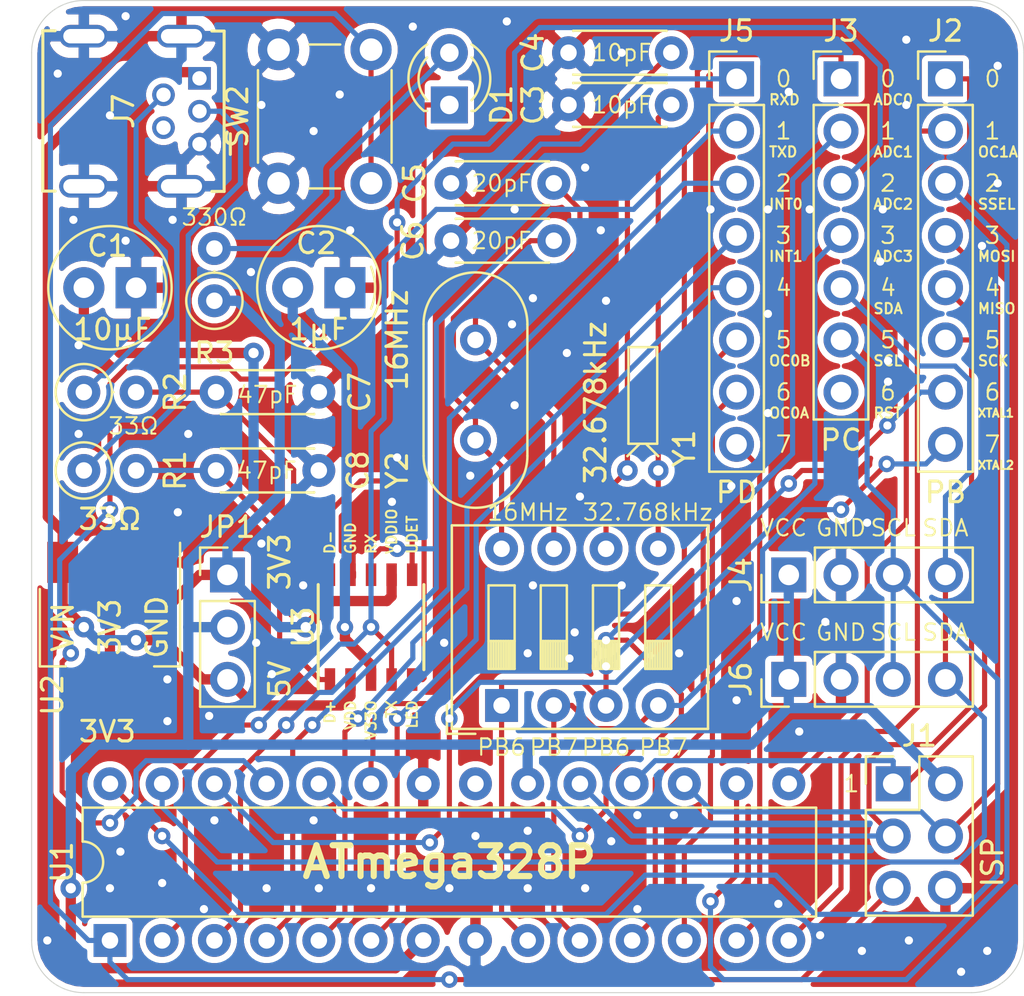
<source format=kicad_pcb>
(kicad_pcb (version 20171130) (host pcbnew "(v20200319-2156-gdc3b0361c1)")
  (layers (0 F.Cu signal) (31 B.Cu signal) (34 B.Paste user) (35 F.Paste user) (36 B.SilkS user) (37 F.SilkS user) (38 B.Mask user) (39 F.Mask user) (44 Edge.Cuts user))
  (net 0 "")
  (net 1 VCC)
  (net 2 GND)
  (net 3 "Net-(C3-Pad2)")
  (net 4 "Net-(C4-Pad2)")
  (net 5 "Net-(C5-Pad2)")
  (net 6 "Net-(C6-Pad2)")
  (net 7 "Net-(C7-Pad1)")
  (net 8 "Net-(C8-Pad1)")
  (net 9 "Net-(D1-Pad1)")
  (net 10 "Net-(D1-Pad2)")
  (net 11 /PB4_MISO)
  (net 12 /PB5_SCK)
  (net 13 /PB3_MOSI)
  (net 14 /RESET)
  (net 15 /PB0)
  (net 16 /PB1_OC1A)
  (net 17 /PB2_SS)
  (net 18 /PB6_XTAL1)
  (net 19 /PB7_XTAL2)
  (net 20 /PC0_ADC0)
  (net 21 /PC1_ADC1)
  (net 22 /PC2_ADC2)
  (net 23 /PC3_ADC3)
  (net 24 /PC4_SDA)
  (net 25 /PC5_SCL)
  (net 26 /PC6_RESET)
  (net 27 /PD7)
  (net 28 /PD6_OC0A)
  (net 29 /PD5_OC0B)
  (net 30 /PD4)
  (net 31 /PD3_INT1)
  (net 32 /PD2_INT0)
  (net 33 /PD1_TXD)
  (net 34 /PD0_RXD)
  (net 35 +5V)
  (net 36 "Net-(J7-Pad2)")
  (net 37 "Net-(J7-Pad3)")
  (net 38 "Net-(J7-Pad4)")
  (net 39 +3V3)
  (net 40 "Net-(U1-Pad21)")
  (net 41 "Net-(C2-Pad1)")
  (module boards:electrolytic_capacitor_10uf (layer F.Cu) (at 129.54 95.25)
    (fp_text reference C1 (at 1.143 -2.032) (layer F.SilkS))
    (fp_text value 10µF (at 1.397 2.032) (layer F.SilkS))
    (pad 1 thru_hole circle (at 0 0 180) (size 2 2) (drill 1) (layers *.Cu *.Mask) (net 1 VCC))
    (pad 2 thru_hole rect (at 2.54 0) (size 2 2) (drill 1) (layers *.Cu *.Mask) (net 2 GND))
  )
  (module boards:electrolytic_capacitor_10uf (layer F.Cu) (at 139.7 95.25)
    (fp_text reference C2 (at 1.143 -2.159) (layer F.SilkS))
    (fp_text value 1µF (at 1.27 2.032) (layer F.SilkS))
    (pad 1 thru_hole circle (at 0 0 180) (size 2 2) (drill 1) (layers *.Cu *.Mask) (net 41 "Net-(C2-Pad1)"))
    (pad 2 thru_hole rect (at 2.54 0) (size 2 2) (drill 1) (layers *.Cu *.Mask) (net 2 GND))
  )
  (module boards:USB_Mini-B-Through-Hole (layer F.Cu) (at 135.165 88.265 90)
    (fp_text reference J7 (at 1.6 -3.7 90) (layer F.SilkS))
    (fp_text value USB_B_Mini)
    (pad 6 thru_hole oval (at 5.25 -5.625 90) (size 1.1 2.4) (drill oval 0.7 2) (layers *.Cu *.Mask) (net 2 GND))
    (pad 6 thru_hole oval (at -2.05 -5.625 90) (size 1.1 2.4) (drill oval 0.7 2) (layers *.Cu *.Mask) (net 2 GND))
    (pad 6 thru_hole oval (at 5.25 -0.875 90) (size 1.1 2.4) (drill oval 0.7 2) (layers *.Cu *.Mask) (net 2 GND))
    (pad 6 thru_hole oval (at -2.05 -0.875 90) (size 1.1 2.4) (drill oval 0.7 2) (layers *.Cu *.Mask) (net 2 GND))
    (pad 1 thru_hole rect (at 3.2 0 90) (size 1.1 1.1) (drill 0.7) (layers *.Cu *.Mask) (net 35 +5V))
    (pad 2 thru_hole circle (at 2.4 -1.75 90) (size 1.1 1.1) (drill 0.7) (layers *.Cu *.Mask) (net 36 "Net-(J7-Pad2)"))
    (pad 3 thru_hole circle (at 1.6 0 90) (size 1.1 1.1) (drill 0.7) (layers *.Cu *.Mask) (net 37 "Net-(J7-Pad3)"))
    (pad 4 thru_hole circle (at 0.8 -1.75 90) (size 1.1 1.1) (drill 0.7) (layers *.Cu *.Mask) (net 38 "Net-(J7-Pad4)"))
    (pad 5 thru_hole circle (at 0 0 90) (size 1.1 1.1) (drill 0.7) (layers *.Cu *.Mask) (net 2 GND))
  )
  (module Capacitor_THT:C_Disc_D4.3mm_W1.9mm_P5.00mm (layer F.Cu) (at 153.115 86.36)
    (fp_text reference C3 (at -1.731 0 90) (layer F.SilkS))
    (fp_text value 10pF)
    (pad 2 thru_hole circle (at 5 0) (size 1.6 1.6) (drill 0.8) (layers *.Cu *.Mask) (net 3 "Net-(C3-Pad2)"))
    (pad 1 thru_hole circle (at 0 0) (size 1.6 1.6) (drill 0.8) (layers *.Cu *.Mask) (net 2 GND))
  )
  (module Capacitor_THT:C_Disc_D4.3mm_W1.9mm_P5.00mm (layer F.Cu) (at 153.115 83.82)
    (fp_text reference C4 (at -1.731 0 90) (layer F.SilkS))
    (fp_text value 10pF)
    (pad 1 thru_hole circle (at 0 0) (size 1.6 1.6) (drill 0.8) (layers *.Cu *.Mask) (net 2 GND))
    (pad 2 thru_hole circle (at 5 0) (size 1.6 1.6) (drill 0.8) (layers *.Cu *.Mask) (net 4 "Net-(C4-Pad2)"))
  )
  (module Capacitor_THT:C_Disc_D4.3mm_W1.9mm_P5.00mm (layer F.Cu) (at 147.4 90.17)
    (fp_text reference C5 (at -1.778 0 90) (layer F.SilkS))
    (fp_text value 20pF)
    (pad 2 thru_hole circle (at 5 0) (size 1.6 1.6) (drill 0.8) (layers *.Cu *.Mask) (net 5 "Net-(C5-Pad2)"))
    (pad 1 thru_hole circle (at 0 0) (size 1.6 1.6) (drill 0.8) (layers *.Cu *.Mask) (net 2 GND))
  )
  (module Capacitor_THT:C_Disc_D4.3mm_W1.9mm_P5.00mm (layer F.Cu) (at 147.4 92.964)
    (fp_text reference C6 (at -1.858 0 90) (layer F.SilkS))
    (fp_text value 20pF)
    (pad 1 thru_hole circle (at 0 0) (size 1.6 1.6) (drill 0.8) (layers *.Cu *.Mask) (net 2 GND))
    (pad 2 thru_hole circle (at 5 0) (size 1.6 1.6) (drill 0.8) (layers *.Cu *.Mask) (net 6 "Net-(C6-Pad2)"))
  )
  (module Capacitor_THT:C_Disc_D4.3mm_W1.9mm_P5.00mm (layer F.Cu) (at 135.97 100.33)
    (fp_text reference C7 (at 6.985 0 90) (layer F.SilkS))
    (fp_text value 47pF (at 2.5 0.127) (layer F.SilkS) (effects (font (size 0.8 0.8) (thickness 0.1))))
    (pad 1 thru_hole circle (at 0 0) (size 1.6 1.6) (drill 0.8) (layers *.Cu *.Mask) (net 7 "Net-(C7-Pad1)"))
    (pad 2 thru_hole circle (at 5 0) (size 1.6 1.6) (drill 0.8) (layers *.Cu *.Mask) (net 2 GND))
  )
  (module Capacitor_THT:C_Disc_D4.3mm_W1.9mm_P5.00mm (layer F.Cu) (at 135.97 104.14)
    (fp_text reference C8 (at 6.905 0 90) (layer F.SilkS))
    (fp_text value 47pF (at 2.46 0) (layer F.SilkS) (effects (font (size 0.8 0.8) (thickness 0.1))))
    (pad 2 thru_hole circle (at 5 0) (size 1.6 1.6) (drill 0.8) (layers *.Cu *.Mask) (net 2 GND))
    (pad 1 thru_hole circle (at 0 0) (size 1.6 1.6) (drill 0.8) (layers *.Cu *.Mask) (net 8 "Net-(C8-Pad1)"))
  )
  (module LED_THT:LED_D3.0mm (layer F.Cu) (at 147.32 86.36 90)
    (fp_text reference D1 (at 0 2.54 270) (layer F.SilkS))
    (fp_text value LED)
    (pad 1 thru_hole rect (at 0 0 90) (size 1.8 1.8) (drill 0.9) (layers *.Cu *.Mask) (net 9 "Net-(D1-Pad1)"))
    (pad 2 thru_hole circle (at 2.54 0 90) (size 1.8 1.8) (drill 0.9) (layers *.Cu *.Mask) (net 10 "Net-(D1-Pad2)"))
  )
  (module Connector_PinHeader_2.54mm:PinHeader_1x08_P2.54mm_Vertical (layer F.Cu) (at 171.45 85.09)
    (fp_text reference J2 (at 0 -2.33) (layer F.SilkS))
    (fp_text value PB (at 0 20.11) (layer F.SilkS))
    (pad 1 thru_hole rect (at 0 0) (size 1.7 1.7) (drill 1) (layers *.Cu *.Mask) (net 15 /PB0))
    (pad 2 thru_hole oval (at 0 2.54) (size 1.7 1.7) (drill 1) (layers *.Cu *.Mask) (net 16 /PB1_OC1A))
    (pad 3 thru_hole oval (at 0 5.08) (size 1.7 1.7) (drill 1) (layers *.Cu *.Mask) (net 17 /PB2_SS))
    (pad 4 thru_hole oval (at 0 7.62) (size 1.7 1.7) (drill 1) (layers *.Cu *.Mask) (net 13 /PB3_MOSI))
    (pad 5 thru_hole oval (at 0 10.16) (size 1.7 1.7) (drill 1) (layers *.Cu *.Mask) (net 11 /PB4_MISO))
    (pad 6 thru_hole oval (at 0 12.7) (size 1.7 1.7) (drill 1) (layers *.Cu *.Mask) (net 12 /PB5_SCK))
    (pad 7 thru_hole oval (at 0 15.24) (size 1.7 1.7) (drill 1) (layers *.Cu *.Mask) (net 18 /PB6_XTAL1))
    (pad 8 thru_hole oval (at 0 17.78) (size 1.7 1.7) (drill 1) (layers *.Cu *.Mask) (net 19 /PB7_XTAL2))
  )
  (module Connector_PinHeader_2.54mm:PinHeader_1x07_P2.54mm_Vertical (layer F.Cu) (at 166.37 85.09)
    (fp_text reference J3 (at 0 -2.33) (layer F.SilkS))
    (fp_text value PC (at 0 17.57) (layer F.SilkS))
    (pad 1 thru_hole rect (at 0 0) (size 1.7 1.7) (drill 1) (layers *.Cu *.Mask) (net 20 /PC0_ADC0))
    (pad 2 thru_hole oval (at 0 2.54) (size 1.7 1.7) (drill 1) (layers *.Cu *.Mask) (net 21 /PC1_ADC1))
    (pad 3 thru_hole oval (at 0 5.08) (size 1.7 1.7) (drill 1) (layers *.Cu *.Mask) (net 22 /PC2_ADC2))
    (pad 4 thru_hole oval (at 0 7.62) (size 1.7 1.7) (drill 1) (layers *.Cu *.Mask) (net 23 /PC3_ADC3))
    (pad 5 thru_hole oval (at 0 10.16) (size 1.7 1.7) (drill 1) (layers *.Cu *.Mask) (net 24 /PC4_SDA))
    (pad 6 thru_hole oval (at 0 12.7) (size 1.7 1.7) (drill 1) (layers *.Cu *.Mask) (net 25 /PC5_SCL))
    (pad 7 thru_hole oval (at 0 15.24) (size 1.7 1.7) (drill 1) (layers *.Cu *.Mask) (net 26 /PC6_RESET))
  )
  (module Connector_PinHeader_2.54mm:PinHeader_1x04_P2.54mm_Vertical (layer F.Cu) (at 163.83 109.22 90)
    (fp_text reference J4 (at 0 -2.33 90) (layer F.SilkS))
    (fp_text value I2C)
    (pad 1 thru_hole rect (at 0 0 90) (size 1.7 1.7) (drill 1) (layers *.Cu *.Mask) (net 1 VCC))
    (pad 2 thru_hole oval (at 0 2.54 90) (size 1.7 1.7) (drill 1) (layers *.Cu *.Mask) (net 2 GND))
    (pad 3 thru_hole oval (at 0 5.08 90) (size 1.7 1.7) (drill 1) (layers *.Cu *.Mask) (net 25 /PC5_SCL))
    (pad 4 thru_hole oval (at 0 7.62 90) (size 1.7 1.7) (drill 1) (layers *.Cu *.Mask) (net 24 /PC4_SDA))
  )
  (module Connector_PinHeader_2.54mm:PinHeader_1x08_P2.54mm_Vertical (layer F.Cu) (at 161.29 85.09)
    (fp_text reference J5 (at 0 -2.33) (layer F.SilkS))
    (fp_text value PD (at 0 20.11) (layer F.SilkS))
    (pad 8 thru_hole oval (at 0 17.78) (size 1.7 1.7) (drill 1) (layers *.Cu *.Mask) (net 27 /PD7))
    (pad 7 thru_hole oval (at 0 15.24) (size 1.7 1.7) (drill 1) (layers *.Cu *.Mask) (net 28 /PD6_OC0A))
    (pad 6 thru_hole oval (at 0 12.7) (size 1.7 1.7) (drill 1) (layers *.Cu *.Mask) (net 29 /PD5_OC0B))
    (pad 5 thru_hole oval (at 0 10.16) (size 1.7 1.7) (drill 1) (layers *.Cu *.Mask) (net 30 /PD4))
    (pad 4 thru_hole oval (at 0 7.62) (size 1.7 1.7) (drill 1) (layers *.Cu *.Mask) (net 31 /PD3_INT1))
    (pad 3 thru_hole oval (at 0 5.08) (size 1.7 1.7) (drill 1) (layers *.Cu *.Mask) (net 32 /PD2_INT0))
    (pad 2 thru_hole oval (at 0 2.54) (size 1.7 1.7) (drill 1) (layers *.Cu *.Mask) (net 33 /PD1_TXD))
    (pad 1 thru_hole rect (at 0 0) (size 1.7 1.7) (drill 1) (layers *.Cu *.Mask) (net 34 /PD0_RXD))
  )
  (module Connector_PinHeader_2.54mm:PinHeader_1x04_P2.54mm_Vertical (layer F.Cu) (at 163.83 114.3 90)
    (fp_text reference J6 (at 0 -2.33 90) (layer F.SilkS))
    (fp_text value I2C)
    (pad 4 thru_hole oval (at 0 7.62 90) (size 1.7 1.7) (drill 1) (layers *.Cu *.Mask) (net 24 /PC4_SDA))
    (pad 3 thru_hole oval (at 0 5.08 90) (size 1.7 1.7) (drill 1) (layers *.Cu *.Mask) (net 25 /PC5_SCL))
    (pad 2 thru_hole oval (at 0 2.54 90) (size 1.7 1.7) (drill 1) (layers *.Cu *.Mask) (net 2 GND))
    (pad 1 thru_hole rect (at 0 0 90) (size 1.7 1.7) (drill 1) (layers *.Cu *.Mask) (net 1 VCC))
  )
  (module Connector_PinHeader_2.54mm:PinHeader_1x03_P2.54mm_Vertical (layer F.Cu) (at 136.525 109.22)
    (fp_text reference JP1 (at 0 -2.33) (layer F.SilkS))
    (fp_text value Jumper_3_Open)
    (pad 1 thru_hole rect (at 0 0) (size 1.7 1.7) (drill 1) (layers *.Cu *.Mask) (net 39 +3V3))
    (pad 2 thru_hole oval (at 0 2.54) (size 1.7 1.7) (drill 1) (layers *.Cu *.Mask) (net 1 VCC))
    (pad 3 thru_hole oval (at 0 5.08) (size 1.7 1.7) (drill 1) (layers *.Cu *.Mask) (net 35 +5V))
  )
  (module Resistor_THT:R_Axial_DIN0207_L6.3mm_D2.5mm_P2.54mm_Vertical (layer F.Cu) (at 129.54 104.14)
    (fp_text reference R1 (at 4.445 0 90) (layer F.SilkS))
    (fp_text value 33Ω (at 1.27 2.37) (layer F.SilkS))
    (pad 1 thru_hole circle (at 0 0) (size 1.6 1.6) (drill 0.8) (layers *.Cu *.Mask) (net 37 "Net-(J7-Pad3)"))
    (pad 2 thru_hole oval (at 2.54 0) (size 1.6 1.6) (drill 0.8) (layers *.Cu *.Mask) (net 8 "Net-(C8-Pad1)"))
  )
  (module Resistor_THT:R_Axial_DIN0207_L6.3mm_D2.5mm_P2.54mm_Vertical (layer F.Cu) (at 129.54 100.33)
    (fp_text reference R2 (at 4.445 0 90) (layer F.SilkS))
    (fp_text value 33Ω (at 2.413 1.651 180) (layer F.SilkS) (effects (font (size 0.8 0.8) (thickness 0.1))))
    (pad 2 thru_hole oval (at 2.54 0) (size 1.6 1.6) (drill 0.8) (layers *.Cu *.Mask) (net 7 "Net-(C7-Pad1)"))
    (pad 1 thru_hole circle (at 0 0) (size 1.6 1.6) (drill 0.8) (layers *.Cu *.Mask) (net 36 "Net-(J7-Pad2)"))
  )
  (module Resistor_THT:R_Axial_DIN0207_L6.3mm_D2.5mm_P2.54mm_Vertical (layer F.Cu) (at 135.89 95.885 90)
    (fp_text reference R3 (at -2.54 0) (layer F.SilkS))
    (fp_text value 330Ω (at 4.064 0 180) (layer F.SilkS) (effects (font (size 0.8 0.8) (thickness 0.1))))
    (pad 1 thru_hole circle (at 0 0 90) (size 1.6 1.6) (drill 0.8) (layers *.Cu *.Mask) (net 39 +3V3))
    (pad 2 thru_hole oval (at 2.54 0 90) (size 1.6 1.6) (drill 0.8) (layers *.Cu *.Mask) (net 10 "Net-(D1-Pad2)"))
  )
  (module Button_Switch_THT:SW_DIP_SPSTx04_Slide_9.78x12.34mm_W7.62mm_P2.54mm (layer F.Cu) (at 149.86 115.57 90)
    (fp_text reference SW1 hide)
    (fp_text value SW_Clock)
    (pad 1 thru_hole rect (at 0 0 90) (size 1.6 1.6) (drill 0.8) (layers *.Cu *.Mask) (net 18 /PB6_XTAL1))
    (pad 5 thru_hole oval (at 7.62 7.62 90) (size 1.6 1.6) (drill 0.8) (layers *.Cu *.Mask) (net 3 "Net-(C3-Pad2)"))
    (pad 2 thru_hole oval (at 0 2.54 90) (size 1.6 1.6) (drill 0.8) (layers *.Cu *.Mask) (net 19 /PB7_XTAL2))
    (pad 6 thru_hole oval (at 7.62 5.08 90) (size 1.6 1.6) (drill 0.8) (layers *.Cu *.Mask) (net 4 "Net-(C4-Pad2)"))
    (pad 3 thru_hole oval (at 0 5.08 90) (size 1.6 1.6) (drill 0.8) (layers *.Cu *.Mask) (net 18 /PB6_XTAL1))
    (pad 7 thru_hole oval (at 7.62 2.54 90) (size 1.6 1.6) (drill 0.8) (layers *.Cu *.Mask) (net 5 "Net-(C5-Pad2)"))
    (pad 4 thru_hole oval (at 0 7.62 90) (size 1.6 1.6) (drill 0.8) (layers *.Cu *.Mask) (net 19 /PB7_XTAL2))
    (pad 8 thru_hole oval (at 7.62 0 90) (size 1.6 1.6) (drill 0.8) (layers *.Cu *.Mask) (net 6 "Net-(C6-Pad2)"))
  )
  (module Package_DIP:DIP-28_W7.62mm (layer F.Cu) (at 130.81 127 90)
    (fp_text reference U1 (at 3.81 -2.33 90) (layer F.SilkS))
    (fp_text value ATmega328P-PU)
    (pad 1 thru_hole rect (at 0 0 90) (size 1.6 1.6) (drill 0.8) (layers *.Cu *.Mask) (net 14 /RESET))
    (pad 15 thru_hole oval (at 7.62 33.02 90) (size 1.6 1.6) (drill 0.8) (layers *.Cu *.Mask) (net 16 /PB1_OC1A))
    (pad 2 thru_hole oval (at 0 2.54 90) (size 1.6 1.6) (drill 0.8) (layers *.Cu *.Mask) (net 34 /PD0_RXD))
    (pad 16 thru_hole oval (at 7.62 30.48 90) (size 1.6 1.6) (drill 0.8) (layers *.Cu *.Mask) (net 17 /PB2_SS))
    (pad 3 thru_hole oval (at 0 5.08 90) (size 1.6 1.6) (drill 0.8) (layers *.Cu *.Mask) (net 33 /PD1_TXD))
    (pad 17 thru_hole oval (at 7.62 27.94 90) (size 1.6 1.6) (drill 0.8) (layers *.Cu *.Mask) (net 13 /PB3_MOSI))
    (pad 4 thru_hole oval (at 0 7.62 90) (size 1.6 1.6) (drill 0.8) (layers *.Cu *.Mask) (net 32 /PD2_INT0))
    (pad 18 thru_hole oval (at 7.62 25.4 90) (size 1.6 1.6) (drill 0.8) (layers *.Cu *.Mask) (net 11 /PB4_MISO))
    (pad 5 thru_hole oval (at 0 10.16 90) (size 1.6 1.6) (drill 0.8) (layers *.Cu *.Mask) (net 31 /PD3_INT1))
    (pad 19 thru_hole oval (at 7.62 22.86 90) (size 1.6 1.6) (drill 0.8) (layers *.Cu *.Mask) (net 12 /PB5_SCK))
    (pad 6 thru_hole oval (at 0 12.7 90) (size 1.6 1.6) (drill 0.8) (layers *.Cu *.Mask) (net 30 /PD4))
    (pad 20 thru_hole oval (at 7.62 20.32 90) (size 1.6 1.6) (drill 0.8) (layers *.Cu *.Mask) (net 1 VCC))
    (pad 7 thru_hole oval (at 0 15.24 90) (size 1.6 1.6) (drill 0.8) (layers *.Cu *.Mask) (net 1 VCC))
    (pad 21 thru_hole oval (at 7.62 17.78 90) (size 1.6 1.6) (drill 0.8) (layers *.Cu *.Mask) (net 40 "Net-(U1-Pad21)"))
    (pad 8 thru_hole oval (at 0 17.78 90) (size 1.6 1.6) (drill 0.8) (layers *.Cu *.Mask) (net 2 GND))
    (pad 22 thru_hole oval (at 7.62 15.24 90) (size 1.6 1.6) (drill 0.8) (layers *.Cu *.Mask) (net 2 GND))
    (pad 9 thru_hole oval (at 0 20.32 90) (size 1.6 1.6) (drill 0.8) (layers *.Cu *.Mask) (net 18 /PB6_XTAL1))
    (pad 23 thru_hole oval (at 7.62 12.7 90) (size 1.6 1.6) (drill 0.8) (layers *.Cu *.Mask) (net 20 /PC0_ADC0))
    (pad 10 thru_hole oval (at 0 22.86 90) (size 1.6 1.6) (drill 0.8) (layers *.Cu *.Mask) (net 19 /PB7_XTAL2))
    (pad 24 thru_hole oval (at 7.62 10.16 90) (size 1.6 1.6) (drill 0.8) (layers *.Cu *.Mask) (net 21 /PC1_ADC1))
    (pad 11 thru_hole oval (at 0 25.4 90) (size 1.6 1.6) (drill 0.8) (layers *.Cu *.Mask) (net 29 /PD5_OC0B))
    (pad 25 thru_hole oval (at 7.62 7.62 90) (size 1.6 1.6) (drill 0.8) (layers *.Cu *.Mask) (net 22 /PC2_ADC2))
    (pad 12 thru_hole oval (at 0 27.94 90) (size 1.6 1.6) (drill 0.8) (layers *.Cu *.Mask) (net 28 /PD6_OC0A))
    (pad 26 thru_hole oval (at 7.62 5.08 90) (size 1.6 1.6) (drill 0.8) (layers *.Cu *.Mask) (net 23 /PC3_ADC3))
    (pad 13 thru_hole oval (at 0 30.48 90) (size 1.6 1.6) (drill 0.8) (layers *.Cu *.Mask) (net 27 /PD7))
    (pad 27 thru_hole oval (at 7.62 2.54 90) (size 1.6 1.6) (drill 0.8) (layers *.Cu *.Mask) (net 24 /PC4_SDA))
    (pad 14 thru_hole oval (at 0 33.02 90) (size 1.6 1.6) (drill 0.8) (layers *.Cu *.Mask) (net 15 /PB0))
    (pad 28 thru_hole oval (at 7.62 0 90) (size 1.6 1.6) (drill 0.8) (layers *.Cu *.Mask) (net 25 /PC5_SCL))
  )
  (module boards:LDO-3V3 (layer F.Cu) (at 130.81 111.76 90)
    (fp_text reference U2 (at -3.302 -2.794 90) (layer F.SilkS))
    (fp_text value LDO-3V3)
    (fp_text user 3V3 (at -5.08 -0.127) (layer F.SilkS))
    (fp_text user VIN (at 0 -2.286 90) (layer F.SilkS))
    (fp_text user GND (at 0 2.286 90) (layer F.SilkS))
    (fp_text user 3V3 (at 0 0 90) (layer F.SilkS))
    (pad 2 smd rect (at -3.15 0 270) (size 2 3.8) (layers F.Cu F.Paste F.Mask) (net 39 +3V3))
    (pad 2 smd rect (at 3.15 0 270) (size 2 1.5) (layers F.Cu F.Paste F.Mask) (net 39 +3V3))
    (pad 3 smd rect (at 3.15 -2.3 270) (size 2 1.5) (layers F.Cu F.Paste F.Mask) (net 35 +5V))
    (pad 1 smd rect (at 3.15 2.3 270) (size 2 1.5) (layers F.Cu F.Paste F.Mask) (net 2 GND))
  )
  (module boards:HT42B534-1SOP10 (layer F.Cu) (at 143.51 111.76 90)
    (fp_text reference U3 (at 0 -3.302 90) (layer F.SilkS))
    (fp_text value HT42B534-1SOP10)
    (fp_text user D+ (at -3.5 -2 90) (layer F.SilkS) (effects (font (size 0.5 0.5) (thickness 0.1)) (justify right)))
    (fp_text user VDD (at -3.5 -1 90) (layer F.SilkS) (effects (font (size 0.5 0.5) (thickness 0.1)) (justify right)))
    (fp_text user V33O (at -3.5 0 90) (layer F.SilkS) (effects (font (size 0.5 0.5) (thickness 0.1)) (justify right)))
    (fp_text user TX (at -3.5 1 90) (layer F.SilkS) (effects (font (size 0.5 0.5) (thickness 0.1)) (justify right)))
    (fp_text user LED (at -3.5 2 90) (layer F.SilkS) (effects (font (size 0.5 0.5) (thickness 0.1)) (justify right)))
    (fp_text user D- (at 3.5 -2 90) (layer F.SilkS) (effects (font (size 0.5 0.5) (thickness 0.1)) (justify left)))
    (fp_text user GND (at 3.5 -1 90) (layer F.SilkS) (effects (font (size 0.5 0.5) (thickness 0.1)) (justify left)))
    (fp_text user RX (at 3.5 0 90) (layer F.SilkS) (effects (font (size 0.5 0.5) (thickness 0.1)) (justify left)))
    (fp_text user VDDIO (at 3.5 1 90) (layer F.SilkS) (effects (font (size 0.5 0.5) (thickness 0.1)) (justify left)))
    (fp_text user UDET (at 3.5 2 90) (layer F.SilkS) (effects (font (size 0.5 0.5) (thickness 0.1)) (justify left)))
    (pad 10 smd rect (at 2.55 -2 90) (size 1.1 0.51) (layers F.Cu F.Paste F.Mask) (net 7 "Net-(C7-Pad1)"))
    (pad 9 smd rect (at 2.55 -1 90) (size 1.1 0.51) (layers F.Cu F.Paste F.Mask) (net 2 GND))
    (pad 5 smd rect (at -2.55 2 90) (size 1.1 0.51) (layers F.Cu F.Paste F.Mask) (net 9 "Net-(D1-Pad1)"))
    (pad 8 smd rect (at 2.55 0 90) (size 1.1 0.51) (layers F.Cu F.Paste F.Mask) (net 33 /PD1_TXD))
    (pad 7 smd rect (at 2.55 1 90) (size 1.1 0.51) (layers F.Cu F.Paste F.Mask) (net 39 +3V3))
    (pad 6 smd rect (at 2.55 2 90) (size 1.1 0.51) (layers F.Cu F.Paste F.Mask) (net 7 "Net-(C7-Pad1)"))
    (pad 4 smd rect (at -2.55 1 90) (size 1.1 0.51) (layers F.Cu F.Paste F.Mask) (net 34 /PD0_RXD))
    (pad 3 smd rect (at -2.55 0 90) (size 1.1 0.51) (layers F.Cu F.Paste F.Mask) (net 41 "Net-(C2-Pad1)"))
    (pad 2 smd rect (at -2.55 -1 90) (size 1.1 0.51) (layers F.Cu F.Paste F.Mask) (net 35 +5V))
    (pad 1 smd rect (at -2.55 -2 90) (size 1.1 0.51) (layers F.Cu F.Paste F.Mask) (net 8 "Net-(C8-Pad1)"))
  )
  (module Crystal:Crystal_HC49-4H_Vertical (layer F.Cu) (at 148.59 102.67 90)
    (fp_text reference Y2 (at -1.47 -3.81 90) (layer F.SilkS))
    (fp_text value 16MHz (at 4.88 -3.81 90) (layer F.SilkS))
    (pad 1 thru_hole circle (at 0 0 90) (size 1.5 1.5) (drill 0.8) (layers *.Cu *.Mask) (net 6 "Net-(C6-Pad2)"))
    (pad 2 thru_hole circle (at 4.88 0 90) (size 1.5 1.5) (drill 0.8) (layers *.Cu *.Mask) (net 5 "Net-(C5-Pad2)"))
  )
  (module Connector_PinHeader_2.54mm:PinHeader_2x03_P2.54mm_Vertical (layer F.Cu) (at 168.91 119.38)
    (fp_text reference J1 (at 1.27 -2.33) (layer F.SilkS))
    (fp_text value AVR-ISP-6)
    (pad 1 thru_hole rect (at 0 0) (size 1.7 1.7) (drill 1) (layers *.Cu *.Mask) (net 11 /PB4_MISO))
    (pad 2 thru_hole oval (at 2.54 0) (size 1.7 1.7) (drill 1) (layers *.Cu *.Mask) (net 1 VCC))
    (pad 3 thru_hole oval (at 0 2.54) (size 1.7 1.7) (drill 1) (layers *.Cu *.Mask) (net 12 /PB5_SCK))
    (pad 4 thru_hole oval (at 2.54 2.54) (size 1.7 1.7) (drill 1) (layers *.Cu *.Mask) (net 13 /PB3_MOSI))
    (pad 5 thru_hole oval (at 0 5.08) (size 1.7 1.7) (drill 1) (layers *.Cu *.Mask) (net 14 /RESET))
    (pad 6 thru_hole oval (at 2.54 5.08) (size 1.7 1.7) (drill 1) (layers *.Cu *.Mask) (net 2 GND))
  )
  (module Button_Switch_THT:SW_PUSH_6mm (layer F.Cu) (at 139.01 90.17 90)
    (fp_text reference SW2 (at 3.25 -2 90) (layer F.SilkS))
    (fp_text value SW_Push)
    (pad 2 thru_hole circle (at 0 4.5 180) (size 2 2) (drill 1.1) (layers *.Cu *.Mask) (net 14 /RESET))
    (pad 1 thru_hole circle (at 0 0 180) (size 2 2) (drill 1.1) (layers *.Cu *.Mask) (net 2 GND))
    (pad 2 thru_hole circle (at 6.5 4.5 180) (size 2 2) (drill 1.1) (layers *.Cu *.Mask) (net 14 /RESET))
    (pad 1 thru_hole circle (at 6.5 0 180) (size 2 2) (drill 1.1) (layers *.Cu *.Mask) (net 2 GND))
  )
  (module Crystal:Crystal_DS10_D1.0mm_L4.3mm_Horizontal (layer F.Cu) (at 157.48 104.14 180)
    (fp_text reference Y1 (at -1.27 1.075 90) (layer F.SilkS))
    (fp_text value 32.678kHz (at 3.048 3.302 90) (layer F.SilkS))
    (pad 1 thru_hole circle (at 0 0 180) (size 1 1) (drill 0.5) (layers *.Cu *.Mask) (net 3 "Net-(C3-Pad2)"))
    (pad 2 thru_hole circle (at 1.5 0 180) (size 1 1) (drill 0.5) (layers *.Cu *.Mask) (net 4 "Net-(C4-Pad2)"))
  )
  (gr_text 32.768kHz (at 156.972 106.172) (layer F.SilkS) (effects (font (size 0.8 0.8) (thickness 0.1))))
  (gr_text 16MHz (at 151.13 106.172) (layer F.SilkS) (effects (font (size 0.8 0.8) (thickness 0.1))))
  (gr_text PB7 (at 157.734 117.602) (layer F.SilkS) (effects (font (size 0.8 0.8) (thickness 0.1))))
  (gr_text PB6 (at 154.94 117.602) (layer F.SilkS) (effects (font (size 0.8 0.8) (thickness 0.1))))
  (gr_text PB7 (at 152.4 117.602) (layer F.SilkS) (effects (font (size 0.8 0.8) (thickness 0.1))))
  (gr_text PB6 (at 149.86 117.602) (layer F.SilkS) (effects (font (size 0.8 0.8) (thickness 0.1))))
  (gr_text ATmega328P (at 147.32 123.19) (layer F.SilkS) (effects (font (size 1.5 1.5) (thickness 0.3))))
  (gr_text GND (at 166.37 112.014) (layer F.SilkS) (effects (font (size 0.8 0.8) (thickness 0.1))))
  (gr_text SCL (at 168.91 112.014) (layer F.SilkS) (effects (font (size 0.8 0.8) (thickness 0.1))))
  (gr_text SDA (at 171.45 112.014) (layer F.SilkS) (effects (font (size 0.8 0.8) (thickness 0.1))))
  (gr_text SDA (at 171.45 106.934) (layer F.SilkS) (effects (font (size 0.8 0.8) (thickness 0.1))))
  (gr_text SCL (at 168.91 106.934) (layer F.SilkS) (effects (font (size 0.8 0.8) (thickness 0.1))))
  (gr_text GND (at 166.37 106.934) (layer F.SilkS) (effects (font (size 0.8 0.8) (thickness 0.1))))
  (gr_text VCC (at 163.576 106.934) (layer F.SilkS) (effects (font (size 0.8 0.8) (thickness 0.1))))
  (gr_text VCC (at 163.576 112.014) (layer F.SilkS) (effects (font (size 0.8 0.8) (thickness 0.1))))
  (gr_text 1 (at 166.878 119.38) (layer F.SilkS) (effects (font (size 0.8 0.8) (thickness 0.1))))
  (gr_text ISP (at 173.736 123.19 90) (layer F.SilkS) (effects (font (size 1 1))))
  (gr_text XTAL2 (at 172.974 103.886) (layer F.SilkS) (effects (font (size 0.4 0.4) (thickness 0.1)) (justify left)))
  (gr_text XTAL1 (at 172.974 101.346) (layer F.SilkS) (effects (font (size 0.4 0.4) (thickness 0.1)) (justify left)))
  (gr_text SCK (at 172.974 98.806) (layer F.SilkS) (effects (font (size 0.5 0.5) (thickness 0.1)) (justify left)))
  (gr_text MISO (at 172.974 96.266) (layer F.SilkS) (effects (font (size 0.5 0.5) (thickness 0.1)) (justify left)))
  (gr_text MOSI (at 172.974 93.726) (layer F.SilkS) (effects (font (size 0.5 0.5) (thickness 0.1)) (justify left)))
  (gr_text SSEL (at 172.974 91.186) (layer F.SilkS) (effects (font (size 0.5 0.5) (thickness 0.1)) (justify left)))
  (gr_text OC1A (at 172.974 88.646) (layer F.SilkS) (effects (font (size 0.5 0.5) (thickness 0.1)) (justify left)))
  (gr_text ADC0 (at 167.894 86.106) (layer F.SilkS) (effects (font (size 0.5 0.5) (thickness 0.1)) (justify left)))
  (gr_text ADC1 (at 167.894 88.646) (layer F.SilkS) (effects (font (size 0.5 0.5) (thickness 0.1)) (justify left)))
  (gr_text ADC2 (at 167.894 91.186) (layer F.SilkS) (effects (font (size 0.5 0.5) (thickness 0.1)) (justify left)))
  (gr_text ADC3 (at 167.894 93.726) (layer F.SilkS) (effects (font (size 0.5 0.5) (thickness 0.1)) (justify left)))
  (gr_text SDA (at 167.894 96.266) (layer F.SilkS) (effects (font (size 0.5 0.5) (thickness 0.1)) (justify left)))
  (gr_text SCL (at 167.894 98.806) (layer F.SilkS) (effects (font (size 0.5 0.5) (thickness 0.1)) (justify left)))
  (gr_text RST (at 167.894 101.346) (layer F.SilkS) (effects (font (size 0.5 0.5) (thickness 0.1)) (justify left)))
  (gr_text OC0A (at 162.814 101.346) (layer F.SilkS) (effects (font (size 0.5 0.5) (thickness 0.1)) (justify left)))
  (gr_text OC0B (at 162.814 98.806) (layer F.SilkS) (effects (font (size 0.5 0.5) (thickness 0.1)) (justify left)))
  (gr_text INT1 (at 162.814 93.726) (layer F.SilkS) (effects (font (size 0.5 0.5) (thickness 0.1)) (justify left)))
  (gr_text INT0 (at 162.814 91.186) (layer F.SilkS) (effects (font (size 0.5 0.5) (thickness 0.1)) (justify left)))
  (gr_text TXD (at 162.814 88.646) (layer F.SilkS) (effects (font (size 0.5 0.5) (thickness 0.1)) (justify left)))
  (gr_text RXD (at 162.814 86.106) (layer F.SilkS) (effects (font (size 0.5 0.5) (thickness 0.1)) (justify left)))
  (gr_text 1 (at 173.736 87.63) (layer F.SilkS) (effects (font (size 0.8 0.8) (thickness 0.1))))
  (gr_text 5 (at 173.736 97.79) (layer F.SilkS) (effects (font (size 0.8 0.8) (thickness 0.1))))
  (gr_text 7 (at 173.736 102.87) (layer F.SilkS) (effects (font (size 0.8 0.8) (thickness 0.1))))
  (gr_text 0 (at 173.736 85.09) (layer F.SilkS) (effects (font (size 0.8 0.8) (thickness 0.1))))
  (gr_text 3 (at 173.736 92.71) (layer F.SilkS) (effects (font (size 0.8 0.8) (thickness 0.1))))
  (gr_text 4 (at 173.736 95.25) (layer F.SilkS) (effects (font (size 0.8 0.8) (thickness 0.1))))
  (gr_text 2 (at 173.736 90.17) (layer F.SilkS) (effects (font (size 0.8 0.8) (thickness 0.1))))
  (gr_text 6 (at 173.736 100.33) (layer F.SilkS) (effects (font (size 0.8 0.8) (thickness 0.1))))
  (gr_text 1 (at 168.656 87.63) (layer F.SilkS) (effects (font (size 0.8 0.8) (thickness 0.1))))
  (gr_text 5 (at 168.656 97.79) (layer F.SilkS) (effects (font (size 0.8 0.8) (thickness 0.1))))
  (gr_text 0 (at 168.656 85.09) (layer F.SilkS) (effects (font (size 0.8 0.8) (thickness 0.1))))
  (gr_text 3 (at 168.656 92.71) (layer F.SilkS) (effects (font (size 0.8 0.8) (thickness 0.1))))
  (gr_text 4 (at 168.656 95.25) (layer F.SilkS) (effects (font (size 0.8 0.8) (thickness 0.1))))
  (gr_text 2 (at 168.656 90.17) (layer F.SilkS) (effects (font (size 0.8 0.8) (thickness 0.1))))
  (gr_text 6 (at 168.656 100.33) (layer F.SilkS) (effects (font (size 0.8 0.8) (thickness 0.1))))
  (gr_text 7 (at 163.576 102.87) (layer F.SilkS) (effects (font (size 0.8 0.8) (thickness 0.1))))
  (gr_text 6 (at 163.576 100.33) (layer F.SilkS) (effects (font (size 0.8 0.8) (thickness 0.1))))
  (gr_text 5 (at 163.576 97.79) (layer F.SilkS) (effects (font (size 0.8 0.8) (thickness 0.1))))
  (gr_text 0 (at 163.576 85.09) (layer F.SilkS) (effects (font (size 0.8 0.8) (thickness 0.1))))
  (gr_text 1 (at 163.576 87.63) (layer F.SilkS) (effects (font (size 0.8 0.8) (thickness 0.1))))
  (gr_text 2 (at 163.576 90.17) (layer F.SilkS) (effects (font (size 0.8 0.8) (thickness 0.1))))
  (gr_text 3 (at 163.576 92.71) (layer F.SilkS) (effects (font (size 0.8 0.8) (thickness 0.1))))
  (gr_text 4 (at 163.576 95.25) (layer F.SilkS) (effects (font (size 0.8 0.8) (thickness 0.1))))
  (gr_text 20pF (at 149.86 92.964) (layer F.SilkS) (effects (font (size 0.8 0.8) (thickness 0.1))))
  (gr_text 20pF (at 149.86 90.17) (layer F.SilkS) (effects (font (size 0.8 0.8) (thickness 0.1))))
  (gr_text 10pF (at 155.702 86.36) (layer F.SilkS) (effects (font (size 0.8 0.8) (thickness 0.1))))
  (gr_text 10pF (at 155.702 83.82) (layer F.SilkS) (effects (font (size 0.8 0.8) (thickness 0.1))))
  (gr_text 5V (at 139.065 114.3 90) (layer F.SilkS) (effects (font (size 1 1))))
  (gr_text 3V3 (at 139.065 108.585 90) (layer F.SilkS) (effects (font (size 1 1))))
  (gr_line (start 175.26 127) (end 175.26 83.82) (layer Edge.Cuts) (width 0.05))
  (gr_line (start 129.54 129.54) (end 172.72 129.54) (layer Edge.Cuts) (width 0.05))
  (gr_line (start 127 83.82) (end 127 127) (layer Edge.Cuts) (width 0.05))
  (gr_line (start 172.72 81.28) (end 129.54 81.28) (layer Edge.Cuts) (width 0.05))
  (gr_arc (start 172.72 83.82) (end 175.26 83.82) (angle -90) (layer Edge.Cuts) (width 0.05))
  (gr_arc (start 172.72 127) (end 172.72 129.54) (angle -90) (layer Edge.Cuts) (width 0.05))
  (gr_arc (start 129.54 127) (end 127 127) (angle -90) (layer Edge.Cuts) (width 0.05))
  (gr_arc (start 129.54 83.82) (end 129.54 81.28) (angle -90) (layer Edge.Cuts) (width 0.05))
  (segment (start 134.62 108.585) (end 137.795 105.41) (width 0.5) (layer B.Cu) (net 1))
  (segment (start 137.795 105.41) (end 137.795 98.425) (width 0.5) (layer B.Cu) (net 1))
  (via (at 137.795 98.425) (size 1) (drill 0.5) (layers F.Cu B.Cu) (net 1))
  (segment (start 129.54 96.664213) (end 129.54 95.25) (width 0.5) (layer F.Cu) (net 1))
  (segment (start 131.300787 98.425) (end 129.54 96.664213) (width 0.5) (layer F.Cu) (net 1))
  (segment (start 137.795 98.425) (end 131.300787 98.425) (width 0.5) (layer F.Cu) (net 1))
  (segment (start 163.83 115.65) (end 163.83 114.3) (width 0.5) (layer B.Cu) (net 1))
  (segment (start 162.005 117.475) (end 163.83 115.65) (width 0.5) (layer B.Cu) (net 1))
  (segment (start 163.83 114.3) (end 163.83 109.22) (width 0.5) (layer B.Cu) (net 1))
  (segment (start 151.13 119.38) (end 151.13 117.475) (width 0.5) (layer B.Cu) (net 1))
  (segment (start 151.13 117.475) (end 162.005 117.475) (width 0.5) (layer B.Cu) (net 1))
  (segment (start 167.770001 115.700001) (end 170.600001 118.530001) (width 0.5) (layer B.Cu) (net 1))
  (segment (start 170.600001 118.530001) (end 171.45 119.38) (width 0.5) (layer B.Cu) (net 1))
  (segment (start 163.880001 115.700001) (end 167.770001 115.700001) (width 0.5) (layer B.Cu) (net 1))
  (segment (start 163.83 115.65) (end 163.880001 115.700001) (width 0.5) (layer B.Cu) (net 1))
  (segment (start 136.525 111.76) (end 134.62 111.76) (width 0.5) (layer B.Cu) (net 1))
  (segment (start 134.62 108.585) (end 134.62 111.76) (width 0.5) (layer B.Cu) (net 1))
  (segment (start 134.62 111.76) (end 134.62 117.475) (width 0.5) (layer B.Cu) (net 1))
  (segment (start 145.415 117.475) (end 151.13 117.475) (width 0.5) (layer B.Cu) (net 1))
  (segment (start 134.62 117.475) (end 145.415 117.475) (width 0.5) (layer B.Cu) (net 1))
  (segment (start 129.569999 128.350001) (end 128.905 127.685002) (width 0.5) (layer F.Cu) (net 1))
  (segment (start 146.05 127) (end 144.699999 128.350001) (width 0.5) (layer F.Cu) (net 1))
  (segment (start 144.699999 128.350001) (end 129.569999 128.350001) (width 0.5) (layer F.Cu) (net 1))
  (segment (start 128.905 127.685002) (end 128.905 124.46) (width 0.5) (layer F.Cu) (net 1))
  (segment (start 130.175 117.475) (end 134.62 117.475) (width 0.5) (layer B.Cu) (net 1))
  (segment (start 128.905 118.745) (end 130.175 117.475) (width 0.5) (layer B.Cu) (net 1))
  (via (at 128.905 124.46) (size 1) (drill 0.5) (layers F.Cu B.Cu) (net 1))
  (segment (start 128.905 118.745) (end 128.905 124.46) (width 0.5) (layer B.Cu) (net 1))
  (via (at 144.78 103.505) (size 0.8) (drill 0.4) (layers F.Cu B.Cu) (net 2))
  (via (at 150.495 91.44) (size 0.8) (drill 0.4) (layers F.Cu B.Cu) (net 2))
  (via (at 163.83 85.725) (size 0.8) (drill 0.4) (layers F.Cu B.Cu) (net 2))
  (via (at 162.814 91.44) (size 0.8) (drill 0.4) (layers F.Cu B.Cu) (net 2))
  (via (at 168.275 93.98) (size 0.8) (drill 0.4) (layers F.Cu B.Cu) (net 2))
  (via (at 173.99 90.17) (size 0.8) (drill 0.4) (layers F.Cu B.Cu) (net 2))
  (via (at 169.545 83.185) (size 0.8) (drill 0.4) (layers F.Cu B.Cu) (net 2))
  (via (at 173.99 84.455) (size 0.8) (drill 0.4) (layers F.Cu B.Cu) (net 2))
  (via (at 169.545 86.36) (size 0.8) (drill 0.4) (layers F.Cu B.Cu) (net 2))
  (via (at 153.035 98.425) (size 0.8) (drill 0.4) (layers F.Cu B.Cu) (net 2))
  (via (at 153.67 105.41) (size 0.8) (drill 0.4) (layers F.Cu B.Cu) (net 2))
  (via (at 150.495 100.965) (size 0.8) (drill 0.4) (layers F.Cu B.Cu) (net 2))
  (via (at 153.924 89.408) (size 0.8) (drill 0.4) (layers F.Cu B.Cu) (net 2))
  (via (at 160.02 91.44) (size 0.8) (drill 0.4) (layers F.Cu B.Cu) (net 2))
  (via (at 165.608 111.506) (size 0.8) (drill 0.4) (layers F.Cu B.Cu) (net 2))
  (via (at 167.64 106.68) (size 0.8) (drill 0.4) (layers F.Cu B.Cu) (net 2))
  (via (at 167.386 127.508) (size 0.8) (drill 0.4) (layers F.Cu B.Cu) (net 2))
  (via (at 173.482 127.508) (size 0.8) (drill 0.4) (layers F.Cu B.Cu) (net 2))
  (via (at 147.32 124.46) (size 0.8) (drill 0.4) (layers F.Cu B.Cu) (net 2))
  (via (at 148.59 121.92) (size 0.8) (drill 0.4) (layers F.Cu B.Cu) (net 2))
  (via (at 140.716 121.158) (size 0.8) (drill 0.4) (layers F.Cu B.Cu) (net 2))
  (via (at 140.97 124.46) (size 0.8) (drill 0.4) (layers F.Cu B.Cu) (net 2))
  (via (at 143.51 124.46) (size 0.8) (drill 0.4) (layers F.Cu B.Cu) (net 2))
  (via (at 151.13 124.46) (size 0.8) (drill 0.4) (layers F.Cu B.Cu) (net 2))
  (via (at 151.13 121.666) (size 0.8) (drill 0.4) (layers F.Cu B.Cu) (net 2))
  (via (at 153.924 124.46) (size 0.8) (drill 0.4) (layers F.Cu B.Cu) (net 2))
  (via (at 155.194 122.174) (size 0.8) (drill 0.4) (layers F.Cu B.Cu) (net 2))
  (via (at 156.464 125.476) (size 0.8) (drill 0.4) (layers F.Cu B.Cu) (net 2))
  (via (at 169.672 127) (size 0.8) (drill 0.4) (layers F.Cu B.Cu) (net 2))
  (via (at 155.702 83.82) (size 0.8) (drill 0.4) (layers F.Cu B.Cu) (net 2))
  (via (at 150.114 82.296) (size 0.8) (drill 0.4) (layers F.Cu B.Cu) (net 2))
  (via (at 145.542 82.55) (size 0.8) (drill 0.4) (layers F.Cu B.Cu) (net 2))
  (via (at 141.986 85.852) (size 0.8) (drill 0.4) (layers F.Cu B.Cu) (net 2))
  (via (at 140.716 87.63) (size 0.8) (drill 0.4) (layers F.Cu B.Cu) (net 2))
  (via (at 138.176 86.36) (size 0.8) (drill 0.4) (layers F.Cu B.Cu) (net 2))
  (via (at 130.81 86.868) (size 0.8) (drill 0.4) (layers F.Cu B.Cu) (net 2))
  (via (at 131.572 92.964) (size 0.8) (drill 0.4) (layers F.Cu B.Cu) (net 2))
  (via (at 129.032 91.948) (size 0.8) (drill 0.4) (layers F.Cu B.Cu) (net 2))
  (via (at 128.27 84.836) (size 0.8) (drill 0.4) (layers F.Cu B.Cu) (net 2))
  (via (at 134.112 106.172) (size 0.8) (drill 0.4) (layers F.Cu B.Cu) (net 2))
  (via (at 134.62 102.362) (size 0.8) (drill 0.4) (layers F.Cu B.Cu) (net 2))
  (via (at 138.176 107.696) (size 0.8) (drill 0.4) (layers F.Cu B.Cu) (net 2))
  (via (at 140.208 109.728) (size 0.8) (drill 0.4) (layers F.Cu B.Cu) (net 2))
  (via (at 138.43 124.46) (size 0.8) (drill 0.4) (layers F.Cu B.Cu) (net 2))
  (via (at 135.89 121.158) (size 0.8) (drill 0.4) (layers F.Cu B.Cu) (net 2))
  (via (at 135.382 125.476) (size 0.8) (drill 0.4) (layers F.Cu B.Cu) (net 2))
  (via (at 133.35 124.206) (size 0.8) (drill 0.4) (layers F.Cu B.Cu) (net 2))
  (via (at 130.81 124.46) (size 0.8) (drill 0.4) (layers F.Cu B.Cu) (net 2))
  (via (at 131.318 122.682) (size 0.8) (drill 0.4) (layers F.Cu B.Cu) (net 2))
  (via (at 127.762 127) (size 0.8) (drill 0.4) (layers F.Cu B.Cu) (net 2))
  (via (at 133.604 116.332) (size 0.8) (drill 0.4) (layers F.Cu B.Cu) (net 2))
  (via (at 135.636 116.078) (size 0.8) (drill 0.4) (layers F.Cu B.Cu) (net 2))
  (via (at 129.286 102.362) (size 0.8) (drill 0.4) (layers F.Cu B.Cu) (net 2))
  (via (at 129.286 98.044) (size 0.8) (drill 0.4) (layers F.Cu B.Cu) (net 2))
  (via (at 162.814 101.346) (size 0.8) (drill 0.4) (layers F.Cu B.Cu) (net 2))
  (via (at 162.814 96.52) (size 0.8) (drill 0.4) (layers F.Cu B.Cu) (net 2))
  (via (at 164.846 91.44) (size 0.8) (drill 0.4) (layers F.Cu B.Cu) (net 2))
  (via (at 168.402 91.44) (size 0.8) (drill 0.4) (layers F.Cu B.Cu) (net 2))
  (via (at 144.526 105.664) (size 0.8) (drill 0.4) (layers F.Cu B.Cu) (net 2))
  (via (at 153.416 112.014) (size 0.8) (drill 0.4) (layers F.Cu B.Cu) (net 2))
  (via (at 151.13 113.03) (size 0.8) (drill 0.4) (layers F.Cu B.Cu) (net 2))
  (via (at 155.702 109.728) (size 0.8) (drill 0.4) (layers F.Cu B.Cu) (net 2))
  (via (at 151.384 109.728) (size 0.8) (drill 0.4) (layers F.Cu B.Cu) (net 2))
  (via (at 148.336 104.394) (size 0.8) (drill 0.4) (layers F.Cu B.Cu) (net 2))
  (via (at 164.338 116.84) (size 0.8) (drill 0.4) (layers F.Cu B.Cu) (net 2))
  (via (at 165.354 126.746) (size 0.8) (drill 0.4) (layers F.Cu B.Cu) (net 2))
  (via (at 172.212 128.524) (size 0.8) (drill 0.4) (layers F.Cu B.Cu) (net 2))
  (via (at 133.604 114.3) (size 0.8) (drill 0.4) (layers F.Cu B.Cu) (net 2))
  (via (at 168.656 99.822) (size 0.8) (drill 0.4) (layers F.Cu B.Cu) (net 2))
  (via (at 168.656 98.806) (size 0.8) (drill 0.4) (layers F.Cu B.Cu) (net 2))
  (via (at 173.228 93.218) (size 0.8) (drill 0.4) (layers F.Cu B.Cu) (net 2))
  (via (at 163.322 125.222) (size 0.8) (drill 0.4) (layers F.Cu B.Cu) (net 2))
  (via (at 158.242 120.904) (size 0.8) (drill 0.4) (layers F.Cu B.Cu) (net 2))
  (via (at 156.464 120.904) (size 0.8) (drill 0.4) (layers F.Cu B.Cu) (net 2))
  (via (at 147.066 112.522) (size 0.8) (drill 0.4) (layers F.Cu B.Cu) (net 2))
  (via (at 138.684 114.046) (size 0.8) (drill 0.4) (layers F.Cu B.Cu) (net 2))
  (via (at 137.922 112.522) (size 0.8) (drill 0.4) (layers F.Cu B.Cu) (net 2))
  (via (at 161.036 104.902) (size 0.8) (drill 0.4) (layers F.Cu B.Cu) (net 2))
  (via (at 161.29 110.49) (size 0.8) (drill 0.4) (layers F.Cu B.Cu) (net 2))
  (via (at 161.29 115.316) (size 0.8) (drill 0.4) (layers F.Cu B.Cu) (net 2))
  (via (at 158.496 113.03) (size 0.8) (drill 0.4) (layers F.Cu B.Cu) (net 2))
  (via (at 153.162 113.284) (size 0.8) (drill 0.4) (layers F.Cu B.Cu) (net 2))
  (via (at 142.494 92.456) (size 0.8) (drill 0.4) (layers F.Cu B.Cu) (net 2))
  (via (at 137.668 94.488) (size 0.8) (drill 0.4) (layers F.Cu B.Cu) (net 2))
  (via (at 133.858 91.948) (size 0.8) (drill 0.4) (layers F.Cu B.Cu) (net 2))
  (via (at 131.572 82.042) (size 0.8) (drill 0.4) (layers F.Cu B.Cu) (net 2))
  (via (at 150.368 97.028) (size 0.8) (drill 0.4) (layers F.Cu B.Cu) (net 2))
  (via (at 151.384 95.758) (size 0.8) (drill 0.4) (layers F.Cu B.Cu) (net 2))
  (via (at 154.94 95.885) (size 0.8) (drill 0.4) (layers F.Cu B.Cu) (net 2))
  (via (at 154.686 92.456) (size 0.8) (drill 0.4) (layers F.Cu B.Cu) (net 2))
  (segment (start 157.48 107.95) (end 157.48 104.14) (width 0.25) (layer F.Cu) (net 3))
  (segment (start 157.48 86.995) (end 158.115 86.36) (width 0.25) (layer F.Cu) (net 3))
  (segment (start 157.48 104.14) (end 157.48 86.995) (width 0.25) (layer F.Cu) (net 3))
  (segment (start 155.98 85.955) (end 155.98 104.14) (width 0.25) (layer F.Cu) (net 4))
  (segment (start 158.115 83.82) (end 155.98 85.955) (width 0.25) (layer F.Cu) (net 4))
  (segment (start 154.94 105.18) (end 155.98 104.14) (width 0.25) (layer F.Cu) (net 4))
  (segment (start 154.94 107.95) (end 154.94 105.18) (width 0.25) (layer F.Cu) (net 4))
  (segment (start 152.4 101.6) (end 148.59 97.79) (width 0.25) (layer F.Cu) (net 5))
  (segment (start 152.4 107.95) (end 152.4 101.6) (width 0.25) (layer F.Cu) (net 5))
  (segment (start 148.59 96.72934) (end 150.70434 94.615) (width 0.25) (layer F.Cu) (net 5))
  (segment (start 148.59 97.79) (end 148.59 96.72934) (width 0.25) (layer F.Cu) (net 5))
  (segment (start 150.70434 94.615) (end 152.4 94.615) (width 0.25) (layer F.Cu) (net 5))
  (segment (start 152.4 94.615) (end 153.67 93.345) (width 0.25) (layer F.Cu) (net 5))
  (segment (start 153.67 91.44) (end 152.4 90.17) (width 0.25) (layer F.Cu) (net 5))
  (segment (start 153.67 93.345) (end 153.67 91.44) (width 0.25) (layer F.Cu) (net 5))
  (segment (start 149.86 103.94) (end 148.59 102.67) (width 0.25) (layer F.Cu) (net 6))
  (segment (start 149.86 107.95) (end 149.86 103.94) (width 0.25) (layer F.Cu) (net 6))
  (segment (start 147.514999 96.717631) (end 151.26863 92.964) (width 0.25) (layer F.Cu) (net 6))
  (segment (start 151.26863 92.964) (end 152.4 92.964) (width 0.25) (layer F.Cu) (net 6))
  (segment (start 147.514999 100.534339) (end 147.514999 96.717631) (width 0.25) (layer F.Cu) (net 6))
  (segment (start 148.59 101.60934) (end 147.514999 100.534339) (width 0.25) (layer F.Cu) (net 6))
  (segment (start 148.59 102.67) (end 148.59 101.60934) (width 0.25) (layer F.Cu) (net 6))
  (segment (start 136.769999 101.129999) (end 135.97 100.33) (width 0.25) (layer F.Cu) (net 7))
  (segment (start 139.744999 104.104999) (end 136.769999 101.129999) (width 0.25) (layer F.Cu) (net 7))
  (segment (start 139.744999 107.949999) (end 139.744999 104.104999) (width 0.25) (layer F.Cu) (net 7))
  (segment (start 141.005 109.21) (end 139.744999 107.949999) (width 0.25) (layer F.Cu) (net 7))
  (segment (start 141.51 109.21) (end 141.005 109.21) (width 0.25) (layer F.Cu) (net 7))
  (segment (start 135.97 100.33) (end 132.08 100.33) (width 0.25) (layer F.Cu) (net 7))
  (segment (start 141.51 109.21) (end 141.51 106.14) (width 0.25) (layer F.Cu) (net 7))
  (segment (start 141.51 106.14) (end 141.605 106.045) (width 0.25) (layer F.Cu) (net 7))
  (segment (start 141.605 106.045) (end 143.002 104.648) (width 0.25) (layer F.Cu) (net 7))
  (segment (start 145.51 109.21) (end 145.51 105.124) (width 0.25) (layer F.Cu) (net 7))
  (segment (start 145.51 105.124) (end 145.034 104.648) (width 0.25) (layer F.Cu) (net 7))
  (segment (start 143.002 104.648) (end 145.034 104.648) (width 0.25) (layer F.Cu) (net 7))
  (segment (start 141.005 114.31) (end 139.065 112.37) (width 0.25) (layer F.Cu) (net 8))
  (segment (start 141.51 114.31) (end 141.005 114.31) (width 0.25) (layer F.Cu) (net 8))
  (segment (start 139.065 107.235) (end 135.97 104.14) (width 0.25) (layer F.Cu) (net 8))
  (segment (start 139.065 112.37) (end 139.065 107.235) (width 0.25) (layer F.Cu) (net 8))
  (segment (start 135.97 104.14) (end 132.08 104.14) (width 0.25) (layer B.Cu) (net 8))
  (segment (start 146.090001 114.234999) (end 146.090001 86.439999) (width 0.25) (layer F.Cu) (net 9))
  (segment (start 146.17 86.36) (end 147.32 86.36) (width 0.25) (layer F.Cu) (net 9))
  (segment (start 146.015 114.31) (end 146.090001 114.234999) (width 0.25) (layer F.Cu) (net 9))
  (segment (start 146.090001 86.439999) (end 146.17 86.36) (width 0.25) (layer F.Cu) (net 9))
  (segment (start 145.51 114.31) (end 146.015 114.31) (width 0.25) (layer F.Cu) (net 9))
  (segment (start 141.605 89.535) (end 147.32 83.82) (width 0.25) (layer B.Cu) (net 10))
  (segment (start 141.605 90.805) (end 141.605 89.535) (width 0.25) (layer B.Cu) (net 10))
  (segment (start 135.89 93.345) (end 139.065 93.345) (width 0.25) (layer B.Cu) (net 10))
  (segment (start 139.065 93.345) (end 141.605 90.805) (width 0.25) (layer B.Cu) (net 10))
  (segment (start 168.884999 118.254999) (end 168.91 118.28) (width 0.25) (layer B.Cu) (net 11))
  (segment (start 168.91 118.28) (end 168.91 119.38) (width 0.25) (layer B.Cu) (net 11))
  (segment (start 157.335001 118.254999) (end 168.884999 118.254999) (width 0.25) (layer B.Cu) (net 11))
  (segment (start 156.21 119.38) (end 157.335001 118.254999) (width 0.25) (layer B.Cu) (net 11))
  (segment (start 171.45 95.25) (end 173.355 97.155) (width 0.25) (layer F.Cu) (net 11))
  (segment (start 173.355 97.155) (end 173.355 115.57) (width 0.25) (layer F.Cu) (net 11))
  (segment (start 169.54641 119.38) (end 168.91 119.38) (width 0.25) (layer F.Cu) (net 11))
  (segment (start 173.170009 115.756401) (end 169.54641 119.38) (width 0.25) (layer F.Cu) (net 11))
  (segment (start 173.17001 115.75499) (end 173.170009 115.756401) (width 0.25) (layer F.Cu) (net 11))
  (segment (start 173.355 115.57) (end 173.17001 115.75499) (width 0.25) (layer F.Cu) (net 11))
  (segment (start 156.21 121.92) (end 168.91 121.92) (width 0.25) (layer B.Cu) (net 12))
  (segment (start 153.67 119.38) (end 156.21 121.92) (width 0.25) (layer B.Cu) (net 12))
  (segment (start 172.652081 97.79) (end 172.72 97.857919) (width 0.25) (layer F.Cu) (net 12))
  (segment (start 171.45 97.79) (end 172.652081 97.79) (width 0.25) (layer F.Cu) (net 12))
  (segment (start 172.72 97.857919) (end 172.72 115.57) (width 0.25) (layer F.Cu) (net 12))
  (segment (start 168.060001 121.070001) (end 168.91 121.92) (width 0.25) (layer F.Cu) (net 12))
  (segment (start 167.734999 120.744999) (end 168.060001 121.070001) (width 0.25) (layer F.Cu) (net 12))
  (segment (start 167.734999 118.269999) (end 167.734999 120.744999) (width 0.25) (layer F.Cu) (net 12))
  (segment (start 168.529998 117.475) (end 167.734999 118.269999) (width 0.25) (layer F.Cu) (net 12))
  (segment (start 170.815 117.475) (end 168.529998 117.475) (width 0.25) (layer F.Cu) (net 12))
  (segment (start 172.72 115.57) (end 170.815 117.475) (width 0.25) (layer F.Cu) (net 12))
  (segment (start 170.600001 121.070001) (end 171.45 121.92) (width 0.25) (layer B.Cu) (net 13))
  (segment (start 160.114999 120.744999) (end 170.274999 120.744999) (width 0.25) (layer B.Cu) (net 13))
  (segment (start 170.274999 120.744999) (end 170.600001 121.070001) (width 0.25) (layer B.Cu) (net 13))
  (segment (start 158.75 119.38) (end 160.114999 120.744999) (width 0.25) (layer B.Cu) (net 13))
  (segment (start 171.45 92.71) (end 173.99 95.25) (width 0.25) (layer F.Cu) (net 13))
  (segment (start 173.99 119.38) (end 171.45 121.92) (width 0.25) (layer F.Cu) (net 13))
  (segment (start 173.99 95.25) (end 173.99 119.38) (width 0.25) (layer F.Cu) (net 13))
  (segment (start 130.81 128.05) (end 130.81 127) (width 0.25) (layer B.Cu) (net 14))
  (segment (start 131.665 128.905) (end 130.81 128.05) (width 0.25) (layer B.Cu) (net 14))
  (segment (start 127.91499 125.15499) (end 127.91499 87.361138) (width 0.25) (layer B.Cu) (net 14))
  (segment (start 130.81 127) (end 129.76 127) (width 0.25) (layer B.Cu) (net 14))
  (segment (start 127.91499 87.361138) (end 133.361128 81.915) (width 0.25) (layer B.Cu) (net 14))
  (segment (start 129.76 127) (end 127.91499 125.15499) (width 0.25) (layer B.Cu) (net 14))
  (segment (start 141.755 81.915) (end 143.51 83.67) (width 0.25) (layer B.Cu) (net 14))
  (segment (start 133.361128 81.915) (end 141.755 81.915) (width 0.25) (layer B.Cu) (net 14))
  (segment (start 143.51 83.67) (end 143.51 90.17) (width 0.25) (layer F.Cu) (net 14))
  (segment (start 147.32 128.905) (end 131.665 128.905) (width 0.25) (layer B.Cu) (net 14))
  (via (at 147.32 128.905) (size 0.8) (drill 0.4) (layers F.Cu B.Cu) (net 14))
  (segment (start 164.465 128.905) (end 168.91 124.46) (width 0.25) (layer F.Cu) (net 14))
  (segment (start 147.32 128.905) (end 164.465 128.905) (width 0.25) (layer F.Cu) (net 14))
  (segment (start 163.83 127) (end 166.37 124.46) (width 0.25) (layer F.Cu) (net 15))
  (segment (start 166.37 124.46) (end 166.37 118.11) (width 0.25) (layer F.Cu) (net 15))
  (segment (start 166.37 118.11) (end 167.645001 116.834999) (width 0.25) (layer F.Cu) (net 15))
  (segment (start 167.645001 116.834999) (end 168.915001 116.834999) (width 0.25) (layer F.Cu) (net 15))
  (segment (start 170.085001 89.795997) (end 170.980998 88.9) (width 0.25) (layer F.Cu) (net 15))
  (segment (start 168.915001 116.834999) (end 170.085001 115.664999) (width 0.25) (layer F.Cu) (net 15))
  (segment (start 170.085001 115.664999) (end 170.085001 89.795997) (width 0.25) (layer F.Cu) (net 15))
  (segment (start 172.625001 85.165001) (end 172.55 85.09) (width 0.25) (layer F.Cu) (net 15))
  (segment (start 172.625001 88.194001) (end 172.625001 85.165001) (width 0.25) (layer F.Cu) (net 15))
  (segment (start 171.919002 88.9) (end 172.625001 88.194001) (width 0.25) (layer F.Cu) (net 15))
  (segment (start 172.55 85.09) (end 171.45 85.09) (width 0.25) (layer F.Cu) (net 15))
  (segment (start 170.980998 88.9) (end 171.919002 88.9) (width 0.25) (layer F.Cu) (net 15))
  (segment (start 170.247919 87.63) (end 169.545 88.332919) (width 0.25) (layer F.Cu) (net 16))
  (segment (start 171.45 87.63) (end 170.247919 87.63) (width 0.25) (layer F.Cu) (net 16))
  (segment (start 169.545 88.332919) (end 169.545 106.68) (width 0.25) (layer F.Cu) (net 16))
  (segment (start 167.645001 108.579999) (end 167.645001 115.564999) (width 0.25) (layer F.Cu) (net 16))
  (segment (start 169.545 106.68) (end 167.645001 108.579999) (width 0.25) (layer F.Cu) (net 16))
  (segment (start 167.005 116.205) (end 163.83 119.38) (width 0.25) (layer F.Cu) (net 16))
  (segment (start 167.645001 115.564999) (end 167.005 116.205) (width 0.25) (layer F.Cu) (net 16))
  (segment (start 171.45 90.17) (end 173.355 92.075) (width 0.25) (layer B.Cu) (net 17))
  (segment (start 174.440009 124.011401) (end 169.54641 128.905) (width 0.25) (layer B.Cu) (net 17))
  (segment (start 173.355 92.075) (end 174.44001 93.16001) (width 0.25) (layer B.Cu) (net 17))
  (segment (start 174.44001 93.16001) (end 174.440009 124.011401) (width 0.25) (layer B.Cu) (net 17))
  (segment (start 169.54641 128.905) (end 160.655 128.905) (width 0.25) (layer B.Cu) (net 17))
  (segment (start 160.655 128.905) (end 160.02 128.27) (width 0.25) (layer B.Cu) (net 17))
  (segment (start 160.02 128.27) (end 160.02 125.095) (width 0.25) (layer B.Cu) (net 17))
  (via (at 160.02 125.095) (size 0.8) (drill 0.4) (layers F.Cu B.Cu) (net 17))
  (segment (start 161.29 123.825) (end 161.29 119.38) (width 0.25) (layer F.Cu) (net 17))
  (segment (start 160.02 125.095) (end 161.29 123.825) (width 0.25) (layer F.Cu) (net 17))
  (segment (start 149.86 125.73) (end 151.13 127) (width 0.25) (layer F.Cu) (net 18))
  (segment (start 149.86 115.57) (end 149.86 125.73) (width 0.25) (layer F.Cu) (net 18))
  (segment (start 149.86 114.52) (end 149.86 115.57) (width 0.25) (layer F.Cu) (net 18))
  (segment (start 149.935001 114.444999) (end 149.86 114.52) (width 0.25) (layer F.Cu) (net 18))
  (segment (start 153.814999 114.444999) (end 149.935001 114.444999) (width 0.25) (layer F.Cu) (net 18))
  (segment (start 154.94 115.57) (end 153.814999 114.444999) (width 0.25) (layer F.Cu) (net 18))
  (segment (start 170.247919 100.33) (end 168.626459 101.951459) (width 0.25) (layer B.Cu) (net 18))
  (segment (start 171.45 100.33) (end 170.247919 100.33) (width 0.25) (layer B.Cu) (net 18))
  (via (at 168.626459 101.951459) (size 0.8) (drill 0.4) (layers F.Cu B.Cu) (net 18))
  (segment (start 168.626459 101.951459) (end 166.437918 104.14) (width 0.25) (layer F.Cu) (net 18))
  (segment (start 166.437918 104.14) (end 164.465 104.14) (width 0.25) (layer F.Cu) (net 18))
  (segment (start 164.465 104.14) (end 163.83 104.775) (width 0.25) (layer F.Cu) (net 18))
  (via (at 163.83 104.775) (size 0.8) (drill 0.4) (layers F.Cu B.Cu) (net 18))
  (segment (start 163.83 104.775) (end 154.94 113.665) (width 0.25) (layer B.Cu) (net 18))
  (via (at 154.94 113.665) (size 0.8) (drill 0.4) (layers F.Cu B.Cu) (net 18))
  (segment (start 154.94 115.57) (end 154.94 113.665) (width 0.25) (layer F.Cu) (net 18))
  (segment (start 152.4 125.73) (end 153.67 127) (width 0.25) (layer F.Cu) (net 19))
  (segment (start 152.4 115.57) (end 152.4 125.73) (width 0.25) (layer F.Cu) (net 19))
  (segment (start 156.680001 116.369999) (end 157.48 115.57) (width 0.25) (layer F.Cu) (net 19))
  (segment (start 156.354999 116.695001) (end 156.680001 116.369999) (width 0.25) (layer F.Cu) (net 19))
  (segment (start 154.399999 116.695001) (end 156.354999 116.695001) (width 0.25) (layer F.Cu) (net 19))
  (segment (start 153.274998 115.57) (end 154.399999 116.695001) (width 0.25) (layer F.Cu) (net 19))
  (segment (start 152.4 115.57) (end 153.274998 115.57) (width 0.25) (layer F.Cu) (net 19))
  (segment (start 157.48 115.57) (end 158.61137 115.57) (width 0.25) (layer B.Cu) (net 19))
  (segment (start 162.554999 108.029999) (end 164.539998 106.045) (width 0.25) (layer B.Cu) (net 19))
  (segment (start 162.554999 111.626371) (end 162.554999 108.029999) (width 0.25) (layer B.Cu) (net 19))
  (segment (start 158.61137 115.57) (end 162.554999 111.626371) (width 0.25) (layer B.Cu) (net 19))
  (segment (start 164.539998 106.045) (end 166.37 106.045) (width 0.25) (layer B.Cu) (net 19))
  (via (at 166.37 106.045) (size 0.8) (drill 0.4) (layers F.Cu B.Cu) (net 19))
  (segment (start 166.37 106.045) (end 168.5925 103.8225) (width 0.25) (layer F.Cu) (net 19))
  (via (at 168.5925 103.8225) (size 0.8) (drill 0.4) (layers F.Cu B.Cu) (net 19))
  (segment (start 170.4975 103.8225) (end 171.45 102.87) (width 0.25) (layer B.Cu) (net 19))
  (segment (start 168.5925 103.8225) (end 170.4975 103.8225) (width 0.25) (layer B.Cu) (net 19))
  (segment (start 144.431999 115.479999) (end 146.775001 115.479999) (width 0.25) (layer F.Cu) (net 20))
  (segment (start 143.600001 118.158629) (end 143.600001 116.311997) (width 0.25) (layer F.Cu) (net 20))
  (segment (start 143.51 119.38) (end 143.51 118.24863) (width 0.25) (layer F.Cu) (net 20))
  (segment (start 143.600001 116.311997) (end 144.431999 115.479999) (width 0.25) (layer F.Cu) (net 20))
  (segment (start 143.51 118.24863) (end 143.600001 118.158629) (width 0.25) (layer F.Cu) (net 20))
  (segment (start 146.775001 115.479999) (end 151.13 111.125) (width 0.25) (layer F.Cu) (net 20))
  (segment (start 151.13 111.125) (end 156.21 111.125) (width 0.25) (layer F.Cu) (net 20))
  (segment (start 156.21 111.125) (end 158.75 108.585) (width 0.25) (layer F.Cu) (net 20))
  (segment (start 158.75 108.585) (end 158.75 88.265) (width 0.25) (layer F.Cu) (net 20))
  (segment (start 158.75 88.265) (end 159.385 87.63) (width 0.25) (layer F.Cu) (net 20))
  (segment (start 166.294999 83.914999) (end 166.37 83.99) (width 0.25) (layer F.Cu) (net 20))
  (segment (start 160.179999 83.914999) (end 166.294999 83.914999) (width 0.25) (layer F.Cu) (net 20))
  (segment (start 159.385 84.709998) (end 160.179999 83.914999) (width 0.25) (layer F.Cu) (net 20))
  (segment (start 166.37 83.99) (end 166.37 85.09) (width 0.25) (layer F.Cu) (net 20))
  (segment (start 159.385 87.63) (end 159.385 84.709998) (width 0.25) (layer F.Cu) (net 20))
  (segment (start 142.195001 120.605001) (end 152.355001 120.605001) (width 0.25) (layer B.Cu) (net 21))
  (segment (start 140.97 119.38) (end 142.195001 120.605001) (width 0.25) (layer B.Cu) (net 21))
  (segment (start 152.355001 120.605001) (end 153.67 121.92) (width 0.25) (layer B.Cu) (net 21))
  (via (at 153.67 121.92) (size 0.8) (drill 0.4) (layers F.Cu B.Cu) (net 21))
  (segment (start 153.67 121.92) (end 154.94 120.65) (width 0.25) (layer F.Cu) (net 21))
  (segment (start 154.94 118.984998) (end 156.449998 117.475) (width 0.25) (layer F.Cu) (net 21))
  (segment (start 154.94 120.65) (end 154.94 118.984998) (width 0.25) (layer F.Cu) (net 21))
  (segment (start 158.605001 115.029999) (end 155.970002 112.395) (width 0.25) (layer F.Cu) (net 21))
  (segment (start 158.605001 116.110001) (end 158.605001 115.029999) (width 0.25) (layer F.Cu) (net 21))
  (segment (start 156.449998 117.475) (end 157.240002 117.475) (width 0.25) (layer F.Cu) (net 21))
  (segment (start 157.240002 117.475) (end 158.605001 116.110001) (width 0.25) (layer F.Cu) (net 21))
  (segment (start 155.970002 112.395) (end 154.94 112.395) (width 0.25) (layer F.Cu) (net 21))
  (via (at 154.94 112.395) (size 0.8) (drill 0.4) (layers F.Cu B.Cu) (net 21))
  (segment (start 165.520001 88.479999) (end 166.37 87.63) (width 0.25) (layer B.Cu) (net 21))
  (segment (start 164.014285 89.985715) (end 165.520001 88.479999) (width 0.25) (layer B.Cu) (net 21))
  (segment (start 164.014285 103.320715) (end 164.014285 89.985715) (width 0.25) (layer B.Cu) (net 21))
  (segment (start 154.94 112.395) (end 164.014285 103.320715) (width 0.25) (layer B.Cu) (net 21))
  (segment (start 137.304999 118.254999) (end 132.570001 118.254999) (width 0.25) (layer B.Cu) (net 22))
  (segment (start 138.43 119.38) (end 137.304999 118.254999) (width 0.25) (layer B.Cu) (net 22))
  (segment (start 132.570001 118.254999) (end 132.08 118.745) (width 0.25) (layer B.Cu) (net 22))
  (segment (start 132.08 118.745) (end 132.08 120.015) (width 0.25) (layer B.Cu) (net 22))
  (segment (start 132.08 120.015) (end 130.81 121.285) (width 0.25) (layer B.Cu) (net 22))
  (via (at 130.81 121.285) (size 0.8) (drill 0.4) (layers F.Cu B.Cu) (net 22))
  (segment (start 128.484999 119.739998) (end 128.484999 113.450001) (width 0.25) (layer F.Cu) (net 22))
  (segment (start 130.81 121.285) (end 130.030001 121.285) (width 0.25) (layer F.Cu) (net 22))
  (segment (start 130.030001 121.285) (end 128.484999 119.739998) (width 0.25) (layer F.Cu) (net 22))
  (segment (start 128.484999 113.450001) (end 128.905 113.03) (width 0.25) (layer F.Cu) (net 22))
  (via (at 128.905 113.03) (size 0.8) (drill 0.4) (layers F.Cu B.Cu) (net 22))
  (segment (start 128.905 112.464315) (end 128.365 111.924315) (width 0.25) (layer B.Cu) (net 22))
  (segment (start 128.905 113.03) (end 128.905 112.464315) (width 0.25) (layer B.Cu) (net 22))
  (segment (start 128.365 108.49) (end 130.81 106.045) (width 0.25) (layer B.Cu) (net 22))
  (via (at 130.81 106.045) (size 0.8) (drill 0.4) (layers F.Cu B.Cu) (net 22))
  (segment (start 128.365 111.924315) (end 128.365 108.49) (width 0.25) (layer B.Cu) (net 22))
  (segment (start 130.81 106.045) (end 130.81 99.934998) (width 0.25) (layer F.Cu) (net 22))
  (segment (start 131.644988 99.10001) (end 136.56501 99.10001) (width 0.25) (layer F.Cu) (net 22))
  (segment (start 130.81 99.934998) (end 131.644988 99.10001) (width 0.25) (layer F.Cu) (net 22))
  (segment (start 136.56501 99.10001) (end 136.815001 99.350001) (width 0.25) (layer F.Cu) (net 22))
  (segment (start 136.815001 99.350001) (end 137.16 99.695) (width 0.25) (layer F.Cu) (net 22))
  (segment (start 137.16 99.695) (end 139.065 99.695) (width 0.25) (layer F.Cu) (net 22))
  (segment (start 139.065 99.695) (end 141.605 97.155) (width 0.25) (layer F.Cu) (net 22))
  (segment (start 141.605 97.155) (end 143.51 97.155) (width 0.25) (layer F.Cu) (net 22))
  (segment (start 143.51 97.155) (end 144.78 95.885) (width 0.25) (layer F.Cu) (net 22))
  (segment (start 144.78 95.885) (end 144.78 92.075) (width 0.25) (layer F.Cu) (net 22))
  (via (at 144.78 92.075) (size 0.8) (drill 0.4) (layers F.Cu B.Cu) (net 22))
  (segment (start 168.275 84.455) (end 168.275 88.265) (width 0.25) (layer B.Cu) (net 22))
  (segment (start 151.720001 82.594999) (end 166.414999 82.594999) (width 0.25) (layer B.Cu) (net 22))
  (segment (start 168.275 88.265) (end 166.37 90.17) (width 0.25) (layer B.Cu) (net 22))
  (segment (start 150.495 83.82) (end 151.720001 82.594999) (width 0.25) (layer B.Cu) (net 22))
  (segment (start 144.78 90.976998) (end 147.491998 88.265) (width 0.25) (layer B.Cu) (net 22))
  (segment (start 147.491998 88.265) (end 149.225 88.265) (width 0.25) (layer B.Cu) (net 22))
  (segment (start 144.78 92.075) (end 144.78 90.976998) (width 0.25) (layer B.Cu) (net 22))
  (segment (start 150.495 86.995) (end 150.495 83.82) (width 0.25) (layer B.Cu) (net 22))
  (segment (start 166.414999 82.594999) (end 168.275 84.455) (width 0.25) (layer B.Cu) (net 22))
  (segment (start 149.225 88.265) (end 150.495 86.995) (width 0.25) (layer B.Cu) (net 22))
  (segment (start 166.37 92.71) (end 165.1 93.98) (width 0.25) (layer B.Cu) (net 23))
  (segment (start 148.799999 114.444999) (end 147.32 115.924998) (width 0.25) (layer B.Cu) (net 23))
  (segment (start 155.430001 114.444999) (end 148.799999 114.444999) (width 0.25) (layer B.Cu) (net 23))
  (segment (start 147.32 115.924998) (end 147.32 116.205) (width 0.25) (layer B.Cu) (net 23))
  (via (at 147.32 116.205) (size 0.8) (drill 0.4) (layers F.Cu B.Cu) (net 23))
  (segment (start 147.32 116.205) (end 147.32 121.285) (width 0.25) (layer F.Cu) (net 23))
  (segment (start 147.32 121.285) (end 146.3675 122.2375) (width 0.25) (layer F.Cu) (net 23))
  (via (at 146.3675 122.2375) (size 0.8) (drill 0.4) (layers F.Cu B.Cu) (net 23))
  (segment (start 138.7475 122.2375) (end 135.89 119.38) (width 0.25) (layer B.Cu) (net 23))
  (segment (start 146.3675 122.2375) (end 138.7475 122.2375) (width 0.25) (layer B.Cu) (net 23))
  (segment (start 155.430001 114.444999) (end 165.1 104.775) (width 0.25) (layer B.Cu) (net 23))
  (segment (start 165.1 93.98) (end 165.1 104.775) (width 0.25) (layer B.Cu) (net 23))
  (segment (start 136.023629 123.184999) (end 172.079999 123.184999) (width 0.25) (layer B.Cu) (net 24))
  (segment (start 133.35 119.38) (end 133.35 120.51137) (width 0.25) (layer B.Cu) (net 24))
  (segment (start 133.35 120.51137) (end 136.023629 123.184999) (width 0.25) (layer B.Cu) (net 24))
  (segment (start 172.079999 123.184999) (end 173.344998 121.92) (width 0.25) (layer B.Cu) (net 24))
  (segment (start 173.344998 116.194998) (end 171.45 114.3) (width 0.25) (layer B.Cu) (net 24))
  (segment (start 173.344998 121.92) (end 173.344998 116.194998) (width 0.25) (layer B.Cu) (net 24))
  (segment (start 171.45 114.3) (end 171.45 109.22) (width 0.25) (layer F.Cu) (net 24))
  (segment (start 166.37 95.25) (end 170.18 99.06) (width 0.25) (layer B.Cu) (net 24))
  (segment (start 171.45 105.41) (end 171.45 109.22) (width 0.25) (layer B.Cu) (net 24))
  (segment (start 172.625001 104.234999) (end 171.45 105.41) (width 0.25) (layer B.Cu) (net 24))
  (segment (start 171.919002 99.06) (end 172.625001 99.765999) (width 0.25) (layer B.Cu) (net 24))
  (segment (start 172.625001 99.765999) (end 172.625001 104.234999) (width 0.25) (layer B.Cu) (net 24))
  (segment (start 170.18 99.06) (end 171.919002 99.06) (width 0.25) (layer B.Cu) (net 24))
  (segment (start 168.91 109.22) (end 168.91 114.3) (width 0.25) (layer B.Cu) (net 25))
  (segment (start 173.99 114.3) (end 168.91 109.22) (width 0.25) (layer B.Cu) (net 25))
  (segment (start 154.94 125.73) (end 156.845 123.825) (width 0.25) (layer B.Cu) (net 25))
  (segment (start 172.079999 125.735001) (end 173.99 123.825) (width 0.25) (layer B.Cu) (net 25))
  (segment (start 156.845 123.825) (end 163.195 123.825) (width 0.25) (layer B.Cu) (net 25))
  (segment (start 170.832998 125.73) (end 170.837999 125.735001) (width 0.25) (layer B.Cu) (net 25))
  (segment (start 173.99 123.825) (end 173.99 114.3) (width 0.25) (layer B.Cu) (net 25))
  (segment (start 163.195 123.825) (end 165.1 125.73) (width 0.25) (layer B.Cu) (net 25))
  (segment (start 165.1 125.73) (end 170.832998 125.73) (width 0.25) (layer B.Cu) (net 25))
  (segment (start 170.837999 125.735001) (end 172.079999 125.735001) (width 0.25) (layer B.Cu) (net 25))
  (segment (start 130.81 119.38) (end 133.35 121.92) (width 0.25) (layer F.Cu) (net 25))
  (via (at 133.35 121.92) (size 0.8) (drill 0.4) (layers F.Cu B.Cu) (net 25))
  (segment (start 133.35 121.92) (end 137.16 125.73) (width 0.25) (layer B.Cu) (net 25))
  (segment (start 137.16 125.73) (end 154.94 125.73) (width 0.25) (layer B.Cu) (net 25))
  (segment (start 167.64 104.775) (end 168.91 106.045) (width 0.25) (layer B.Cu) (net 25))
  (segment (start 167.64 99.06) (end 167.64 104.775) (width 0.25) (layer B.Cu) (net 25))
  (segment (start 168.91 106.045) (end 168.91 109.22) (width 0.25) (layer B.Cu) (net 25))
  (segment (start 166.37 97.79) (end 167.64 99.06) (width 0.25) (layer B.Cu) (net 25))
  (segment (start 162.089999 126.200001) (end 161.29 127) (width 0.25) (layer F.Cu) (net 27))
  (segment (start 162.415001 125.874999) (end 162.089999 126.200001) (width 0.25) (layer F.Cu) (net 27))
  (segment (start 162.415001 103.995001) (end 162.415001 125.874999) (width 0.25) (layer F.Cu) (net 27))
  (segment (start 161.29 102.87) (end 162.415001 103.995001) (width 0.25) (layer F.Cu) (net 27))
  (segment (start 158.75 122.555) (end 160.02 121.285) (width 0.25) (layer F.Cu) (net 28))
  (segment (start 158.75 127) (end 158.75 122.555) (width 0.25) (layer F.Cu) (net 28))
  (segment (start 160.114999 101.505001) (end 160.114999 118.015001) (width 0.25) (layer F.Cu) (net 28))
  (segment (start 161.29 100.33) (end 160.114999 101.505001) (width 0.25) (layer F.Cu) (net 28))
  (segment (start 160.02 118.11) (end 160.02 121.285) (width 0.25) (layer F.Cu) (net 28))
  (segment (start 160.114999 118.015001) (end 160.02 118.11) (width 0.25) (layer F.Cu) (net 28))
  (segment (start 157.335001 125.874999) (end 157.009999 126.200001) (width 0.25) (layer F.Cu) (net 29))
  (segment (start 157.009999 126.200001) (end 156.21 127) (width 0.25) (layer F.Cu) (net 29))
  (segment (start 157.335001 119.129997) (end 157.335001 125.874999) (width 0.25) (layer F.Cu) (net 29))
  (segment (start 159.664989 116.800009) (end 157.335001 119.129997) (width 0.25) (layer F.Cu) (net 29))
  (segment (start 159.664989 99.415011) (end 159.664989 116.800009) (width 0.25) (layer F.Cu) (net 29))
  (segment (start 161.29 97.79) (end 159.664989 99.415011) (width 0.25) (layer F.Cu) (net 29))
  (segment (start 161.29 95.25) (end 160.087919 95.25) (width 0.25) (layer B.Cu) (net 30))
  (via (at 144.78 116.205) (size 0.8) (drill 0.4) (layers F.Cu B.Cu) (net 30))
  (segment (start 144.78 125.73) (end 143.51 127) (width 0.25) (layer F.Cu) (net 30))
  (segment (start 144.78 116.205) (end 144.78 125.73) (width 0.25) (layer F.Cu) (net 30))
  (segment (start 148.623959 106.713959) (end 148.623959 112.361041) (width 0.25) (layer B.Cu) (net 30))
  (segment (start 160.087919 95.25) (end 148.623959 106.713959) (width 0.25) (layer B.Cu) (net 30))
  (segment (start 144.78 116.205) (end 148.623959 112.361041) (width 0.25) (layer B.Cu) (net 30))
  (via (at 142.875 116.205) (size 0.8) (drill 0.4) (layers F.Cu B.Cu) (net 31))
  (segment (start 142.875 116.205) (end 142.24 116.84) (width 0.25) (layer F.Cu) (net 31))
  (segment (start 142.24 125.73) (end 140.97 127) (width 0.25) (layer F.Cu) (net 31))
  (segment (start 142.24 116.84) (end 142.24 125.73) (width 0.25) (layer F.Cu) (net 31))
  (segment (start 145.542 113.284) (end 142.875 116.205) (width 0.25) (layer B.Cu) (net 31))
  (segment (start 145.542 112.522) (end 145.542 113.284) (width 0.25) (layer B.Cu) (net 31))
  (segment (start 148.173949 105.826051) (end 148.173949 109.890051) (width 0.25) (layer B.Cu) (net 31))
  (segment (start 148.173949 109.890051) (end 145.542 112.522) (width 0.25) (layer B.Cu) (net 31))
  (segment (start 161.29 92.71) (end 148.173949 105.826051) (width 0.25) (layer B.Cu) (net 31))
  (segment (start 161.29 90.17) (end 158.75 90.17) (width 0.25) (layer B.Cu) (net 32))
  (segment (start 158.75 90.17) (end 147.32 101.6) (width 0.25) (layer B.Cu) (net 32))
  (segment (start 147.32 101.6) (end 147.32 109.855) (width 0.25) (layer B.Cu) (net 32))
  (segment (start 147.32 109.855) (end 140.97 116.205) (width 0.25) (layer B.Cu) (net 32))
  (segment (start 140.97 116.205) (end 140.6525 116.5225) (width 0.25) (layer B.Cu) (net 32))
  (via (at 140.6525 116.5225) (size 0.8) (drill 0.4) (layers F.Cu B.Cu) (net 32))
  (segment (start 140.6525 116.5225) (end 139.7 117.475) (width 0.25) (layer F.Cu) (net 32))
  (segment (start 139.7 125.73) (end 138.43 127) (width 0.25) (layer F.Cu) (net 32))
  (segment (start 139.7 117.475) (end 139.7 125.73) (width 0.25) (layer F.Cu) (net 32))
  (segment (start 160.087919 87.63) (end 156.277919 91.44) (width 0.25) (layer B.Cu) (net 33))
  (segment (start 161.29 87.63) (end 160.087919 87.63) (width 0.25) (layer B.Cu) (net 33))
  (segment (start 152.258998 91.44) (end 146.685 97.013998) (width 0.25) (layer B.Cu) (net 33))
  (segment (start 156.277919 91.44) (end 152.258998 91.44) (width 0.25) (layer B.Cu) (net 33))
  (segment (start 146.685 109.85359) (end 141.60359 114.935) (width 0.25) (layer B.Cu) (net 33))
  (segment (start 139.3825 116.459) (end 139.3825 116.5225) (width 0.25) (layer B.Cu) (net 33))
  (segment (start 139.3825 116.5225) (end 139.3825 116.586) (width 0.25) (layer B.Cu) (net 33))
  (via (at 139.3825 116.5225) (size 0.8) (drill 0.4) (layers F.Cu B.Cu) (net 33))
  (segment (start 139.3825 116.5225) (end 140.97 114.935) (width 0.25) (layer B.Cu) (net 33))
  (segment (start 141.60359 114.935) (end 140.97 114.935) (width 0.25) (layer B.Cu) (net 33))
  (segment (start 139.3825 116.5225) (end 137.16 118.745) (width 0.25) (layer F.Cu) (net 33))
  (segment (start 137.16 118.745) (end 137.16 125.73) (width 0.25) (layer F.Cu) (net 33))
  (segment (start 137.16 125.73) (end 135.89 127) (width 0.25) (layer F.Cu) (net 33))
  (segment (start 143.51 108.41) (end 143.97 107.95) (width 0.25) (layer F.Cu) (net 33))
  (segment (start 143.51 109.21) (end 143.51 108.41) (width 0.25) (layer F.Cu) (net 33))
  (segment (start 143.97 107.95) (end 144.78 107.95) (width 0.25) (layer F.Cu) (net 33))
  (via (at 144.78 107.95) (size 0.8) (drill 0.4) (layers F.Cu B.Cu) (net 33))
  (segment (start 144.78 107.95) (end 146.685 107.95) (width 0.25) (layer B.Cu) (net 33))
  (segment (start 146.685 97.013998) (end 146.685 107.95) (width 0.25) (layer B.Cu) (net 33))
  (segment (start 146.685 107.95) (end 146.685 109.85359) (width 0.25) (layer B.Cu) (net 33))
  (segment (start 144.51 112.76) (end 144.51 114.31) (width 0.25) (layer F.Cu) (net 34))
  (segment (start 144.145 101.6) (end 143.55001 102.19499) (width 0.25) (layer B.Cu) (net 34))
  (segment (start 144.145 93.98) (end 144.145 101.6) (width 0.25) (layer B.Cu) (net 34))
  (segment (start 146.685 91.44) (end 144.145 93.98) (width 0.25) (layer B.Cu) (net 34))
  (segment (start 156.845 85.09) (end 153.67 88.265) (width 0.25) (layer B.Cu) (net 34))
  (segment (start 153.67 88.265) (end 151.765 88.265) (width 0.25) (layer B.Cu) (net 34))
  (segment (start 161.29 85.09) (end 156.845 85.09) (width 0.25) (layer B.Cu) (net 34))
  (segment (start 151.765 88.265) (end 148.59 91.44) (width 0.25) (layer B.Cu) (net 34))
  (segment (start 148.59 91.44) (end 146.685 91.44) (width 0.25) (layer B.Cu) (net 34))
  (segment (start 143.51 111.76) (end 144.51 112.76) (width 0.25) (layer F.Cu) (net 34))
  (via (at 143.51 111.76) (size 0.8) (drill 0.4) (layers F.Cu B.Cu) (net 34))
  (segment (start 143.51 111.76) (end 143.51 102.235) (width 0.25) (layer B.Cu) (net 34))
  (segment (start 137.9855 116.586) (end 138.049 116.5225) (width 0.25) (layer B.Cu) (net 34))
  (via (at 138.049 116.5225) (size 0.8) (drill 0.4) (layers F.Cu B.Cu) (net 34))
  (segment (start 138.448999 116.122501) (end 138.049 116.5225) (width 0.25) (layer B.Cu) (net 34))
  (segment (start 141.986499 112.585001) (end 138.448999 116.122501) (width 0.25) (layer B.Cu) (net 34))
  (segment (start 142.684999 112.585001) (end 141.986499 112.585001) (width 0.25) (layer B.Cu) (net 34))
  (segment (start 143.51 111.76) (end 142.684999 112.585001) (width 0.25) (layer B.Cu) (net 34))
  (segment (start 134.149999 126.200001) (end 133.35 127) (width 0.25) (layer F.Cu) (net 34))
  (segment (start 134.475001 119.129997) (end 134.475001 125.874999) (width 0.25) (layer F.Cu) (net 34))
  (segment (start 134.475001 125.874999) (end 134.149999 126.200001) (width 0.25) (layer F.Cu) (net 34))
  (segment (start 137.082498 116.5225) (end 134.475001 119.129997) (width 0.25) (layer F.Cu) (net 34))
  (segment (start 138.049 116.5225) (end 137.082498 116.5225) (width 0.25) (layer F.Cu) (net 34))
  (segment (start 142.51 115.105002) (end 142.51 114.31) (width 0.5) (layer F.Cu) (net 35))
  (segment (start 142.045002 115.57) (end 142.51 115.105002) (width 0.5) (layer F.Cu) (net 35))
  (segment (start 137.795 115.57) (end 136.525 114.3) (width 0.5) (layer F.Cu) (net 35))
  (segment (start 142.045002 115.57) (end 137.795 115.57) (width 0.5) (layer F.Cu) (net 35))
  (segment (start 135.322919 114.3) (end 133.417919 112.395) (width 0.5) (layer F.Cu) (net 35))
  (segment (start 136.525 114.3) (end 135.322919 114.3) (width 0.5) (layer F.Cu) (net 35))
  (segment (start 133.417919 112.395) (end 132.08 112.395) (width 0.5) (layer F.Cu) (net 35))
  (via (at 132.08 112.395) (size 1) (drill 0.5) (layers F.Cu B.Cu) (net 35))
  (segment (start 132.08 112.395) (end 130.175 112.395) (width 0.5) (layer B.Cu) (net 35))
  (segment (start 130.175 112.395) (end 129.54 111.76) (width 0.5) (layer B.Cu) (net 35))
  (via (at 129.54 111.76) (size 1) (drill 0.5) (layers F.Cu B.Cu) (net 35))
  (segment (start 128.51 110.73) (end 128.51 108.61) (width 0.5) (layer F.Cu) (net 35))
  (segment (start 129.54 111.76) (end 128.51 110.73) (width 0.5) (layer F.Cu) (net 35))
  (segment (start 134.864999 84.764999) (end 135.165 85.065) (width 0.5) (layer F.Cu) (net 35))
  (segment (start 131.506999 84.764999) (end 134.864999 84.764999) (width 0.5) (layer F.Cu) (net 35))
  (segment (start 127.78999 88.482008) (end 131.506999 84.764999) (width 0.5) (layer F.Cu) (net 35))
  (segment (start 127.78999 106.38999) (end 127.78999 88.482008) (width 0.5) (layer F.Cu) (net 35))
  (segment (start 128.51 107.11) (end 127.78999 106.38999) (width 0.5) (layer F.Cu) (net 35))
  (segment (start 128.51 108.61) (end 128.51 107.11) (width 0.5) (layer F.Cu) (net 35))
  (segment (start 130.339999 99.530001) (end 129.54 100.33) (width 0.25) (layer B.Cu) (net 36))
  (segment (start 130.565001 99.530001) (end 130.339999 99.530001) (width 0.25) (layer B.Cu) (net 36))
  (segment (start 133.505001 96.590001) (end 130.565001 99.530001) (width 0.25) (layer B.Cu) (net 36))
  (segment (start 133.505001 93.500001) (end 133.505001 96.590001) (width 0.25) (layer B.Cu) (net 36))
  (segment (start 133.505001 93.500001) (end 132.08 92.075) (width 0.25) (layer B.Cu) (net 36))
  (segment (start 132.08 87.2) (end 133.415 85.865) (width 0.25) (layer B.Cu) (net 36))
  (segment (start 132.08 92.075) (end 132.08 87.2) (width 0.25) (layer B.Cu) (net 36))
  (segment (start 129.54 104.14) (end 131.445 102.235) (width 0.25) (layer B.Cu) (net 37))
  (segment (start 131.445 102.235) (end 132.715 102.235) (width 0.25) (layer B.Cu) (net 37))
  (segment (start 132.715 102.235) (end 134.62 100.33) (width 0.25) (layer B.Cu) (net 37))
  (segment (start 134.62 100.33) (end 134.62 92.71) (width 0.25) (layer B.Cu) (net 37))
  (segment (start 134.62 92.71) (end 137.16 90.17) (width 0.25) (layer B.Cu) (net 37))
  (segment (start 135.942817 86.665) (end 135.165 86.665) (width 0.25) (layer B.Cu) (net 37))
  (segment (start 136.195 86.665) (end 135.942817 86.665) (width 0.25) (layer B.Cu) (net 37))
  (segment (start 137.16 87.63) (end 136.195 86.665) (width 0.25) (layer B.Cu) (net 37))
  (segment (start 137.16 90.17) (end 137.16 87.63) (width 0.25) (layer B.Cu) (net 37))
  (segment (start 135.175 109.22) (end 136.525 109.22) (width 0.5) (layer F.Cu) (net 39))
  (segment (start 133.905 110.49) (end 135.175 109.22) (width 0.5) (layer F.Cu) (net 39))
  (segment (start 130.81 110.49) (end 133.905 110.49) (width 0.5) (layer F.Cu) (net 39))
  (segment (start 130.81 110.49) (end 130.81 114.91) (width 0.5) (layer F.Cu) (net 39))
  (segment (start 130.81 108.61) (end 130.81 110.49) (width 0.5) (layer F.Cu) (net 39))
  (segment (start 139.065 111.76) (end 136.525 109.22) (width 0.5) (layer B.Cu) (net 39))
  (segment (start 136.525 107.87) (end 139.065 105.33) (width 0.5) (layer B.Cu) (net 39))
  (segment (start 136.525 109.22) (end 136.525 107.87) (width 0.5) (layer B.Cu) (net 39))
  (segment (start 137.02137 95.885) (end 135.89 95.885) (width 0.5) (layer B.Cu) (net 39))
  (segment (start 139.065 97.92863) (end 137.02137 95.885) (width 0.5) (layer B.Cu) (net 39))
  (segment (start 139.065 105.33) (end 139.065 97.92863) (width 0.5) (layer B.Cu) (net 39))
  (segment (start 140.335 111.76) (end 139.065 111.76) (width 0.5) (layer B.Cu) (net 39))
  (via (at 140.335 111.76) (size 1) (drill 0.5) (layers F.Cu B.Cu) (net 39))
  (segment (start 140.335 111.76) (end 141.605 110.49) (width 0.5) (layer F.Cu) (net 39))
  (segment (start 144.51 110.26) (end 144.51 109.21) (width 0.5) (layer F.Cu) (net 39))
  (segment (start 144.28 110.49) (end 144.51 110.26) (width 0.5) (layer F.Cu) (net 39))
  (segment (start 141.605 110.49) (end 144.28 110.49) (width 0.5) (layer F.Cu) (net 39))
  (segment (start 142.320001 108.504999) (end 142.24 108.585) (width 0.5) (layer B.Cu) (net 41))
  (segment (start 142.320001 99.284214) (end 142.320001 108.504999) (width 0.5) (layer B.Cu) (net 41))
  (segment (start 139.7 96.664213) (end 142.320001 99.284214) (width 0.5) (layer B.Cu) (net 41))
  (segment (start 142.24 108.585) (end 142.24 111.76) (width 0.5) (layer B.Cu) (net 41))
  (segment (start 139.7 95.25) (end 139.7 96.664213) (width 0.5) (layer B.Cu) (net 41))
  (via (at 142.24 111.76) (size 0.8) (drill 0.4) (layers F.Cu B.Cu) (net 41))
  (segment (start 143.51 113.595685) (end 143.51 114.31) (width 0.5) (layer F.Cu) (net 41))
  (segment (start 142.24 112.325685) (end 143.51 113.595685) (width 0.5) (layer F.Cu) (net 41))
  (segment (start 142.24 111.76) (end 142.24 112.325685) (width 0.5) (layer F.Cu) (net 41))
  (zone (net 2) (net_name GND) (layer F.Cu) (connect_pads (clearance 0.254)) (min_thickness 0.254) (fill yes (arc_segments 32) (thermal_gap 0.508) (thermal_bridge_width 0.508))
    (polygon (pts (xy 175.26 129.54) (xy 127 129.54) (xy 127 81.28) (xy 175.26 81.28)))
  )
  (zone (net 2) (net_name GND) (layer B.Cu) (connect_pads (clearance 0.254)) (min_thickness 0.254) (fill yes (arc_segments 32) (thermal_gap 0.508) (thermal_bridge_width 0.508))
    (polygon (pts (xy 175.26 129.54) (xy 127 129.54) (xy 127 81.28) (xy 175.26 81.28)))
  )
)
</source>
